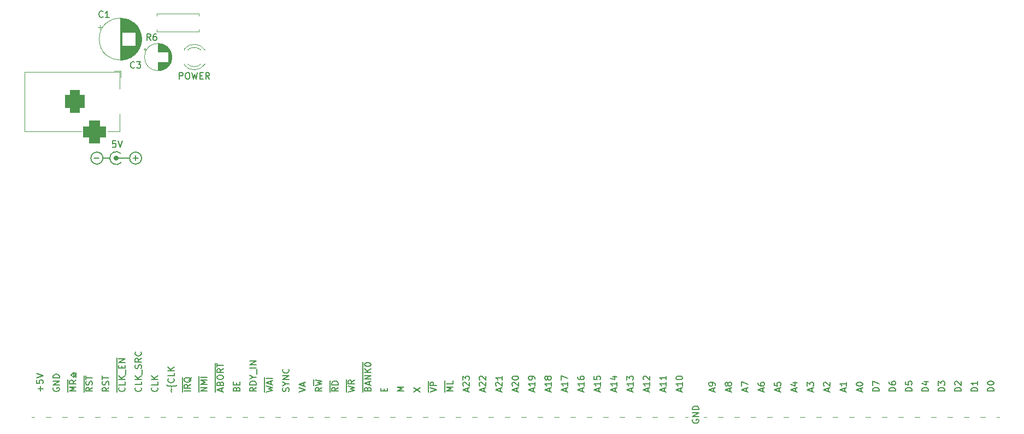
<source format=gto>
G04 #@! TF.GenerationSoftware,KiCad,Pcbnew,9.0.0+dfsg-1*
G04 #@! TF.CreationDate,2025-03-20T13:58:06-04:00*
G04 #@! TF.ProjectId,breakout,62726561-6b6f-4757-942e-6b696361645f,A.27*
G04 #@! TF.SameCoordinates,Original*
G04 #@! TF.FileFunction,Legend,Top*
G04 #@! TF.FilePolarity,Positive*
%FSLAX46Y46*%
G04 Gerber Fmt 4.6, Leading zero omitted, Abs format (unit mm)*
G04 Created by KiCad (PCBNEW 9.0.0+dfsg-1) date 2025-03-20 13:58:06*
%MOMM*%
%LPD*%
G01*
G04 APERTURE LIST*
G04 Aperture macros list*
%AMRoundRect*
0 Rectangle with rounded corners*
0 $1 Rounding radius*
0 $2 $3 $4 $5 $6 $7 $8 $9 X,Y pos of 4 corners*
0 Add a 4 corners polygon primitive as box body*
4,1,4,$2,$3,$4,$5,$6,$7,$8,$9,$2,$3,0*
0 Add four circle primitives for the rounded corners*
1,1,$1+$1,$2,$3*
1,1,$1+$1,$4,$5*
1,1,$1+$1,$6,$7*
1,1,$1+$1,$8,$9*
0 Add four rect primitives between the rounded corners*
20,1,$1+$1,$2,$3,$4,$5,0*
20,1,$1+$1,$4,$5,$6,$7,0*
20,1,$1+$1,$6,$7,$8,$9,0*
20,1,$1+$1,$8,$9,$2,$3,0*%
G04 Aperture macros list end*
%ADD10C,0.120000*%
%ADD11C,0.150000*%
%ADD12C,0.500000*%
%ADD13C,1.600000*%
%ADD14O,1.600000X1.600000*%
%ADD15R,1.600000X1.600000*%
%ADD16R,1.800000X1.800000*%
%ADD17C,1.800000*%
%ADD18C,6.400000*%
%ADD19R,3.500000X3.500000*%
%ADD20RoundRect,0.750000X-0.750000X-1.000000X0.750000X-1.000000X0.750000X1.000000X-0.750000X1.000000X0*%
%ADD21RoundRect,0.875000X-0.875000X-0.875000X0.875000X-0.875000X0.875000X0.875000X-0.875000X0.875000X0*%
%ADD22R,1.200000X1.200000*%
%ADD23C,1.200000*%
%ADD24R,1.700000X1.700000*%
%ADD25O,1.700000X1.700000*%
G04 APERTURE END LIST*
D10*
X128270000Y-129540000D02*
X26610000Y-129570000D01*
X176590000Y-129540000D02*
X130750000Y-129570000D01*
D11*
X42339048Y-89354866D02*
X43100953Y-89354866D01*
X42720000Y-89735819D02*
X42720000Y-88973914D01*
X29982438Y-125021811D02*
X29934819Y-125117049D01*
X29934819Y-125117049D02*
X29934819Y-125259906D01*
X29934819Y-125259906D02*
X29982438Y-125402763D01*
X29982438Y-125402763D02*
X30077676Y-125498001D01*
X30077676Y-125498001D02*
X30172914Y-125545620D01*
X30172914Y-125545620D02*
X30363390Y-125593239D01*
X30363390Y-125593239D02*
X30506247Y-125593239D01*
X30506247Y-125593239D02*
X30696723Y-125545620D01*
X30696723Y-125545620D02*
X30791961Y-125498001D01*
X30791961Y-125498001D02*
X30887200Y-125402763D01*
X30887200Y-125402763D02*
X30934819Y-125259906D01*
X30934819Y-125259906D02*
X30934819Y-125164668D01*
X30934819Y-125164668D02*
X30887200Y-125021811D01*
X30887200Y-125021811D02*
X30839580Y-124974192D01*
X30839580Y-124974192D02*
X30506247Y-124974192D01*
X30506247Y-124974192D02*
X30506247Y-125164668D01*
X30934819Y-124545620D02*
X29934819Y-124545620D01*
X29934819Y-124545620D02*
X30934819Y-123974192D01*
X30934819Y-123974192D02*
X29934819Y-123974192D01*
X30934819Y-123498001D02*
X29934819Y-123498001D01*
X29934819Y-123498001D02*
X29934819Y-123259906D01*
X29934819Y-123259906D02*
X29982438Y-123117049D01*
X29982438Y-123117049D02*
X30077676Y-123021811D01*
X30077676Y-123021811D02*
X30172914Y-122974192D01*
X30172914Y-122974192D02*
X30363390Y-122926573D01*
X30363390Y-122926573D02*
X30506247Y-122926573D01*
X30506247Y-122926573D02*
X30696723Y-122974192D01*
X30696723Y-122974192D02*
X30791961Y-123021811D01*
X30791961Y-123021811D02*
X30887200Y-123117049D01*
X30887200Y-123117049D02*
X30934819Y-123259906D01*
X30934819Y-123259906D02*
X30934819Y-123498001D01*
X56049104Y-125593239D02*
X56049104Y-125117049D01*
X56334819Y-125688477D02*
X55334819Y-125355144D01*
X55334819Y-125355144D02*
X56334819Y-125021811D01*
X55811009Y-124355144D02*
X55858628Y-124212287D01*
X55858628Y-124212287D02*
X55906247Y-124164668D01*
X55906247Y-124164668D02*
X56001485Y-124117049D01*
X56001485Y-124117049D02*
X56144342Y-124117049D01*
X56144342Y-124117049D02*
X56239580Y-124164668D01*
X56239580Y-124164668D02*
X56287200Y-124212287D01*
X56287200Y-124212287D02*
X56334819Y-124307525D01*
X56334819Y-124307525D02*
X56334819Y-124688477D01*
X56334819Y-124688477D02*
X55334819Y-124688477D01*
X55334819Y-124688477D02*
X55334819Y-124355144D01*
X55334819Y-124355144D02*
X55382438Y-124259906D01*
X55382438Y-124259906D02*
X55430057Y-124212287D01*
X55430057Y-124212287D02*
X55525295Y-124164668D01*
X55525295Y-124164668D02*
X55620533Y-124164668D01*
X55620533Y-124164668D02*
X55715771Y-124212287D01*
X55715771Y-124212287D02*
X55763390Y-124259906D01*
X55763390Y-124259906D02*
X55811009Y-124355144D01*
X55811009Y-124355144D02*
X55811009Y-124688477D01*
X55334819Y-123498001D02*
X55334819Y-123307525D01*
X55334819Y-123307525D02*
X55382438Y-123212287D01*
X55382438Y-123212287D02*
X55477676Y-123117049D01*
X55477676Y-123117049D02*
X55668152Y-123069430D01*
X55668152Y-123069430D02*
X56001485Y-123069430D01*
X56001485Y-123069430D02*
X56191961Y-123117049D01*
X56191961Y-123117049D02*
X56287200Y-123212287D01*
X56287200Y-123212287D02*
X56334819Y-123307525D01*
X56334819Y-123307525D02*
X56334819Y-123498001D01*
X56334819Y-123498001D02*
X56287200Y-123593239D01*
X56287200Y-123593239D02*
X56191961Y-123688477D01*
X56191961Y-123688477D02*
X56001485Y-123736096D01*
X56001485Y-123736096D02*
X55668152Y-123736096D01*
X55668152Y-123736096D02*
X55477676Y-123688477D01*
X55477676Y-123688477D02*
X55382438Y-123593239D01*
X55382438Y-123593239D02*
X55334819Y-123498001D01*
X56334819Y-122069430D02*
X55858628Y-122402763D01*
X56334819Y-122640858D02*
X55334819Y-122640858D01*
X55334819Y-122640858D02*
X55334819Y-122259906D01*
X55334819Y-122259906D02*
X55382438Y-122164668D01*
X55382438Y-122164668D02*
X55430057Y-122117049D01*
X55430057Y-122117049D02*
X55525295Y-122069430D01*
X55525295Y-122069430D02*
X55668152Y-122069430D01*
X55668152Y-122069430D02*
X55763390Y-122117049D01*
X55763390Y-122117049D02*
X55811009Y-122164668D01*
X55811009Y-122164668D02*
X55858628Y-122259906D01*
X55858628Y-122259906D02*
X55858628Y-122640858D01*
X55334819Y-121783715D02*
X55334819Y-121212287D01*
X56334819Y-121498001D02*
X55334819Y-121498001D01*
X55057200Y-125683716D02*
X55057200Y-121217049D01*
X173174819Y-125535620D02*
X172174819Y-125535620D01*
X172174819Y-125535620D02*
X172174819Y-125297525D01*
X172174819Y-125297525D02*
X172222438Y-125154668D01*
X172222438Y-125154668D02*
X172317676Y-125059430D01*
X172317676Y-125059430D02*
X172412914Y-125011811D01*
X172412914Y-125011811D02*
X172603390Y-124964192D01*
X172603390Y-124964192D02*
X172746247Y-124964192D01*
X172746247Y-124964192D02*
X172936723Y-125011811D01*
X172936723Y-125011811D02*
X173031961Y-125059430D01*
X173031961Y-125059430D02*
X173127200Y-125154668D01*
X173127200Y-125154668D02*
X173174819Y-125297525D01*
X173174819Y-125297525D02*
X173174819Y-125535620D01*
X173174819Y-124011811D02*
X173174819Y-124583239D01*
X173174819Y-124297525D02*
X172174819Y-124297525D01*
X172174819Y-124297525D02*
X172317676Y-124392763D01*
X172317676Y-124392763D02*
X172412914Y-124488001D01*
X172412914Y-124488001D02*
X172460533Y-124583239D01*
X106849104Y-125593239D02*
X106849104Y-125117049D01*
X107134819Y-125688477D02*
X106134819Y-125355144D01*
X106134819Y-125355144D02*
X107134819Y-125021811D01*
X107134819Y-124164668D02*
X107134819Y-124736096D01*
X107134819Y-124450382D02*
X106134819Y-124450382D01*
X106134819Y-124450382D02*
X106277676Y-124545620D01*
X106277676Y-124545620D02*
X106372914Y-124640858D01*
X106372914Y-124640858D02*
X106420533Y-124736096D01*
X106563390Y-123593239D02*
X106515771Y-123688477D01*
X106515771Y-123688477D02*
X106468152Y-123736096D01*
X106468152Y-123736096D02*
X106372914Y-123783715D01*
X106372914Y-123783715D02*
X106325295Y-123783715D01*
X106325295Y-123783715D02*
X106230057Y-123736096D01*
X106230057Y-123736096D02*
X106182438Y-123688477D01*
X106182438Y-123688477D02*
X106134819Y-123593239D01*
X106134819Y-123593239D02*
X106134819Y-123402763D01*
X106134819Y-123402763D02*
X106182438Y-123307525D01*
X106182438Y-123307525D02*
X106230057Y-123259906D01*
X106230057Y-123259906D02*
X106325295Y-123212287D01*
X106325295Y-123212287D02*
X106372914Y-123212287D01*
X106372914Y-123212287D02*
X106468152Y-123259906D01*
X106468152Y-123259906D02*
X106515771Y-123307525D01*
X106515771Y-123307525D02*
X106563390Y-123402763D01*
X106563390Y-123402763D02*
X106563390Y-123593239D01*
X106563390Y-123593239D02*
X106611009Y-123688477D01*
X106611009Y-123688477D02*
X106658628Y-123736096D01*
X106658628Y-123736096D02*
X106753866Y-123783715D01*
X106753866Y-123783715D02*
X106944342Y-123783715D01*
X106944342Y-123783715D02*
X107039580Y-123736096D01*
X107039580Y-123736096D02*
X107087200Y-123688477D01*
X107087200Y-123688477D02*
X107134819Y-123593239D01*
X107134819Y-123593239D02*
X107134819Y-123402763D01*
X107134819Y-123402763D02*
X107087200Y-123307525D01*
X107087200Y-123307525D02*
X107039580Y-123259906D01*
X107039580Y-123259906D02*
X106944342Y-123212287D01*
X106944342Y-123212287D02*
X106753866Y-123212287D01*
X106753866Y-123212287D02*
X106658628Y-123259906D01*
X106658628Y-123259906D02*
X106611009Y-123307525D01*
X106611009Y-123307525D02*
X106563390Y-123402763D01*
X48333866Y-125688477D02*
X48286247Y-125640858D01*
X48286247Y-125640858D02*
X48238628Y-125545620D01*
X48238628Y-125545620D02*
X48333866Y-125355144D01*
X48333866Y-125355144D02*
X48286247Y-125259906D01*
X48286247Y-125259906D02*
X48238628Y-125212287D01*
X49095771Y-124545620D02*
X49095771Y-124593239D01*
X49095771Y-124593239D02*
X49048152Y-124688477D01*
X49048152Y-124688477D02*
X48952914Y-124736096D01*
X48952914Y-124736096D02*
X48476723Y-124736096D01*
X48476723Y-124736096D02*
X48381485Y-124783715D01*
X48381485Y-124783715D02*
X48333866Y-124878953D01*
X48333866Y-124878953D02*
X48286247Y-124783715D01*
X48286247Y-124783715D02*
X48191009Y-124736096D01*
X48191009Y-124736096D02*
X47714819Y-124736096D01*
X47714819Y-124736096D02*
X47619580Y-124688477D01*
X47619580Y-124688477D02*
X47571961Y-124593239D01*
X47571961Y-124593239D02*
X47571961Y-124545620D01*
X48619580Y-123593239D02*
X48667200Y-123640858D01*
X48667200Y-123640858D02*
X48714819Y-123783715D01*
X48714819Y-123783715D02*
X48714819Y-123878953D01*
X48714819Y-123878953D02*
X48667200Y-124021810D01*
X48667200Y-124021810D02*
X48571961Y-124117048D01*
X48571961Y-124117048D02*
X48476723Y-124164667D01*
X48476723Y-124164667D02*
X48286247Y-124212286D01*
X48286247Y-124212286D02*
X48143390Y-124212286D01*
X48143390Y-124212286D02*
X47952914Y-124164667D01*
X47952914Y-124164667D02*
X47857676Y-124117048D01*
X47857676Y-124117048D02*
X47762438Y-124021810D01*
X47762438Y-124021810D02*
X47714819Y-123878953D01*
X47714819Y-123878953D02*
X47714819Y-123783715D01*
X47714819Y-123783715D02*
X47762438Y-123640858D01*
X47762438Y-123640858D02*
X47810057Y-123593239D01*
X48714819Y-122688477D02*
X48714819Y-123164667D01*
X48714819Y-123164667D02*
X47714819Y-123164667D01*
X48714819Y-122355143D02*
X47714819Y-122355143D01*
X48714819Y-121783715D02*
X48143390Y-122212286D01*
X47714819Y-121783715D02*
X48286247Y-122355143D01*
X104309104Y-125593239D02*
X104309104Y-125117049D01*
X104594819Y-125688477D02*
X103594819Y-125355144D01*
X103594819Y-125355144D02*
X104594819Y-125021811D01*
X104594819Y-124164668D02*
X104594819Y-124736096D01*
X104594819Y-124450382D02*
X103594819Y-124450382D01*
X103594819Y-124450382D02*
X103737676Y-124545620D01*
X103737676Y-124545620D02*
X103832914Y-124640858D01*
X103832914Y-124640858D02*
X103880533Y-124736096D01*
X104594819Y-123688477D02*
X104594819Y-123498001D01*
X104594819Y-123498001D02*
X104547200Y-123402763D01*
X104547200Y-123402763D02*
X104499580Y-123355144D01*
X104499580Y-123355144D02*
X104356723Y-123259906D01*
X104356723Y-123259906D02*
X104166247Y-123212287D01*
X104166247Y-123212287D02*
X103785295Y-123212287D01*
X103785295Y-123212287D02*
X103690057Y-123259906D01*
X103690057Y-123259906D02*
X103642438Y-123307525D01*
X103642438Y-123307525D02*
X103594819Y-123402763D01*
X103594819Y-123402763D02*
X103594819Y-123593239D01*
X103594819Y-123593239D02*
X103642438Y-123688477D01*
X103642438Y-123688477D02*
X103690057Y-123736096D01*
X103690057Y-123736096D02*
X103785295Y-123783715D01*
X103785295Y-123783715D02*
X104023390Y-123783715D01*
X104023390Y-123783715D02*
X104118628Y-123736096D01*
X104118628Y-123736096D02*
X104166247Y-123688477D01*
X104166247Y-123688477D02*
X104213866Y-123593239D01*
X104213866Y-123593239D02*
X104213866Y-123402763D01*
X104213866Y-123402763D02*
X104166247Y-123307525D01*
X104166247Y-123307525D02*
X104118628Y-123259906D01*
X104118628Y-123259906D02*
X104023390Y-123212287D01*
X46079580Y-124974192D02*
X46127200Y-125021811D01*
X46127200Y-125021811D02*
X46174819Y-125164668D01*
X46174819Y-125164668D02*
X46174819Y-125259906D01*
X46174819Y-125259906D02*
X46127200Y-125402763D01*
X46127200Y-125402763D02*
X46031961Y-125498001D01*
X46031961Y-125498001D02*
X45936723Y-125545620D01*
X45936723Y-125545620D02*
X45746247Y-125593239D01*
X45746247Y-125593239D02*
X45603390Y-125593239D01*
X45603390Y-125593239D02*
X45412914Y-125545620D01*
X45412914Y-125545620D02*
X45317676Y-125498001D01*
X45317676Y-125498001D02*
X45222438Y-125402763D01*
X45222438Y-125402763D02*
X45174819Y-125259906D01*
X45174819Y-125259906D02*
X45174819Y-125164668D01*
X45174819Y-125164668D02*
X45222438Y-125021811D01*
X45222438Y-125021811D02*
X45270057Y-124974192D01*
X46174819Y-124069430D02*
X46174819Y-124545620D01*
X46174819Y-124545620D02*
X45174819Y-124545620D01*
X46174819Y-123736096D02*
X45174819Y-123736096D01*
X46174819Y-123164668D02*
X45603390Y-123593239D01*
X45174819Y-123164668D02*
X45746247Y-123736096D01*
X157934819Y-125535620D02*
X156934819Y-125535620D01*
X156934819Y-125535620D02*
X156934819Y-125297525D01*
X156934819Y-125297525D02*
X156982438Y-125154668D01*
X156982438Y-125154668D02*
X157077676Y-125059430D01*
X157077676Y-125059430D02*
X157172914Y-125011811D01*
X157172914Y-125011811D02*
X157363390Y-124964192D01*
X157363390Y-124964192D02*
X157506247Y-124964192D01*
X157506247Y-124964192D02*
X157696723Y-125011811D01*
X157696723Y-125011811D02*
X157791961Y-125059430D01*
X157791961Y-125059430D02*
X157887200Y-125154668D01*
X157887200Y-125154668D02*
X157934819Y-125297525D01*
X157934819Y-125297525D02*
X157934819Y-125535620D01*
X156934819Y-124630858D02*
X156934819Y-123964192D01*
X156934819Y-123964192D02*
X157934819Y-124392763D01*
X127169104Y-125583239D02*
X127169104Y-125107049D01*
X127454819Y-125678477D02*
X126454819Y-125345144D01*
X126454819Y-125345144D02*
X127454819Y-125011811D01*
X127454819Y-124154668D02*
X127454819Y-124726096D01*
X127454819Y-124440382D02*
X126454819Y-124440382D01*
X126454819Y-124440382D02*
X126597676Y-124535620D01*
X126597676Y-124535620D02*
X126692914Y-124630858D01*
X126692914Y-124630858D02*
X126740533Y-124726096D01*
X126454819Y-123535620D02*
X126454819Y-123440382D01*
X126454819Y-123440382D02*
X126502438Y-123345144D01*
X126502438Y-123345144D02*
X126550057Y-123297525D01*
X126550057Y-123297525D02*
X126645295Y-123249906D01*
X126645295Y-123249906D02*
X126835771Y-123202287D01*
X126835771Y-123202287D02*
X127073866Y-123202287D01*
X127073866Y-123202287D02*
X127264342Y-123249906D01*
X127264342Y-123249906D02*
X127359580Y-123297525D01*
X127359580Y-123297525D02*
X127407200Y-123345144D01*
X127407200Y-123345144D02*
X127454819Y-123440382D01*
X127454819Y-123440382D02*
X127454819Y-123535620D01*
X127454819Y-123535620D02*
X127407200Y-123630858D01*
X127407200Y-123630858D02*
X127359580Y-123678477D01*
X127359580Y-123678477D02*
X127264342Y-123726096D01*
X127264342Y-123726096D02*
X127073866Y-123773715D01*
X127073866Y-123773715D02*
X126835771Y-123773715D01*
X126835771Y-123773715D02*
X126645295Y-123726096D01*
X126645295Y-123726096D02*
X126550057Y-123678477D01*
X126550057Y-123678477D02*
X126502438Y-123630858D01*
X126502438Y-123630858D02*
X126454819Y-123535620D01*
X51254819Y-125545620D02*
X50254819Y-125545620D01*
X51254819Y-124498002D02*
X50778628Y-124831335D01*
X51254819Y-125069430D02*
X50254819Y-125069430D01*
X50254819Y-125069430D02*
X50254819Y-124688478D01*
X50254819Y-124688478D02*
X50302438Y-124593240D01*
X50302438Y-124593240D02*
X50350057Y-124545621D01*
X50350057Y-124545621D02*
X50445295Y-124498002D01*
X50445295Y-124498002D02*
X50588152Y-124498002D01*
X50588152Y-124498002D02*
X50683390Y-124545621D01*
X50683390Y-124545621D02*
X50731009Y-124593240D01*
X50731009Y-124593240D02*
X50778628Y-124688478D01*
X50778628Y-124688478D02*
X50778628Y-125069430D01*
X51350057Y-123402764D02*
X51302438Y-123498002D01*
X51302438Y-123498002D02*
X51207200Y-123593240D01*
X51207200Y-123593240D02*
X51064342Y-123736097D01*
X51064342Y-123736097D02*
X51016723Y-123831335D01*
X51016723Y-123831335D02*
X51016723Y-123926573D01*
X51254819Y-123878954D02*
X51207200Y-123974192D01*
X51207200Y-123974192D02*
X51111961Y-124069430D01*
X51111961Y-124069430D02*
X50921485Y-124117049D01*
X50921485Y-124117049D02*
X50588152Y-124117049D01*
X50588152Y-124117049D02*
X50397676Y-124069430D01*
X50397676Y-124069430D02*
X50302438Y-123974192D01*
X50302438Y-123974192D02*
X50254819Y-123878954D01*
X50254819Y-123878954D02*
X50254819Y-123688478D01*
X50254819Y-123688478D02*
X50302438Y-123593240D01*
X50302438Y-123593240D02*
X50397676Y-123498002D01*
X50397676Y-123498002D02*
X50588152Y-123450383D01*
X50588152Y-123450383D02*
X50921485Y-123450383D01*
X50921485Y-123450383D02*
X51111961Y-123498002D01*
X51111961Y-123498002D02*
X51207200Y-123593240D01*
X51207200Y-123593240D02*
X51254819Y-123688478D01*
X51254819Y-123688478D02*
X51254819Y-123878954D01*
X49977200Y-125683716D02*
X49977200Y-123359907D01*
X134789104Y-125583239D02*
X134789104Y-125107049D01*
X135074819Y-125678477D02*
X134074819Y-125345144D01*
X134074819Y-125345144D02*
X135074819Y-125011811D01*
X134503390Y-124535620D02*
X134455771Y-124630858D01*
X134455771Y-124630858D02*
X134408152Y-124678477D01*
X134408152Y-124678477D02*
X134312914Y-124726096D01*
X134312914Y-124726096D02*
X134265295Y-124726096D01*
X134265295Y-124726096D02*
X134170057Y-124678477D01*
X134170057Y-124678477D02*
X134122438Y-124630858D01*
X134122438Y-124630858D02*
X134074819Y-124535620D01*
X134074819Y-124535620D02*
X134074819Y-124345144D01*
X134074819Y-124345144D02*
X134122438Y-124249906D01*
X134122438Y-124249906D02*
X134170057Y-124202287D01*
X134170057Y-124202287D02*
X134265295Y-124154668D01*
X134265295Y-124154668D02*
X134312914Y-124154668D01*
X134312914Y-124154668D02*
X134408152Y-124202287D01*
X134408152Y-124202287D02*
X134455771Y-124249906D01*
X134455771Y-124249906D02*
X134503390Y-124345144D01*
X134503390Y-124345144D02*
X134503390Y-124535620D01*
X134503390Y-124535620D02*
X134551009Y-124630858D01*
X134551009Y-124630858D02*
X134598628Y-124678477D01*
X134598628Y-124678477D02*
X134693866Y-124726096D01*
X134693866Y-124726096D02*
X134884342Y-124726096D01*
X134884342Y-124726096D02*
X134979580Y-124678477D01*
X134979580Y-124678477D02*
X135027200Y-124630858D01*
X135027200Y-124630858D02*
X135074819Y-124535620D01*
X135074819Y-124535620D02*
X135074819Y-124345144D01*
X135074819Y-124345144D02*
X135027200Y-124249906D01*
X135027200Y-124249906D02*
X134979580Y-124202287D01*
X134979580Y-124202287D02*
X134884342Y-124154668D01*
X134884342Y-124154668D02*
X134693866Y-124154668D01*
X134693866Y-124154668D02*
X134598628Y-124202287D01*
X134598628Y-124202287D02*
X134551009Y-124249906D01*
X134551009Y-124249906D02*
X134503390Y-124345144D01*
X122089104Y-125583239D02*
X122089104Y-125107049D01*
X122374819Y-125678477D02*
X121374819Y-125345144D01*
X121374819Y-125345144D02*
X122374819Y-125011811D01*
X122374819Y-124154668D02*
X122374819Y-124726096D01*
X122374819Y-124440382D02*
X121374819Y-124440382D01*
X121374819Y-124440382D02*
X121517676Y-124535620D01*
X121517676Y-124535620D02*
X121612914Y-124630858D01*
X121612914Y-124630858D02*
X121660533Y-124726096D01*
X121470057Y-123773715D02*
X121422438Y-123726096D01*
X121422438Y-123726096D02*
X121374819Y-123630858D01*
X121374819Y-123630858D02*
X121374819Y-123392763D01*
X121374819Y-123392763D02*
X121422438Y-123297525D01*
X121422438Y-123297525D02*
X121470057Y-123249906D01*
X121470057Y-123249906D02*
X121565295Y-123202287D01*
X121565295Y-123202287D02*
X121660533Y-123202287D01*
X121660533Y-123202287D02*
X121803390Y-123249906D01*
X121803390Y-123249906D02*
X122374819Y-123821334D01*
X122374819Y-123821334D02*
X122374819Y-123202287D01*
X36014819Y-124974192D02*
X35538628Y-125307525D01*
X36014819Y-125545620D02*
X35014819Y-125545620D01*
X35014819Y-125545620D02*
X35014819Y-125164668D01*
X35014819Y-125164668D02*
X35062438Y-125069430D01*
X35062438Y-125069430D02*
X35110057Y-125021811D01*
X35110057Y-125021811D02*
X35205295Y-124974192D01*
X35205295Y-124974192D02*
X35348152Y-124974192D01*
X35348152Y-124974192D02*
X35443390Y-125021811D01*
X35443390Y-125021811D02*
X35491009Y-125069430D01*
X35491009Y-125069430D02*
X35538628Y-125164668D01*
X35538628Y-125164668D02*
X35538628Y-125545620D01*
X35967200Y-124593239D02*
X36014819Y-124450382D01*
X36014819Y-124450382D02*
X36014819Y-124212287D01*
X36014819Y-124212287D02*
X35967200Y-124117049D01*
X35967200Y-124117049D02*
X35919580Y-124069430D01*
X35919580Y-124069430D02*
X35824342Y-124021811D01*
X35824342Y-124021811D02*
X35729104Y-124021811D01*
X35729104Y-124021811D02*
X35633866Y-124069430D01*
X35633866Y-124069430D02*
X35586247Y-124117049D01*
X35586247Y-124117049D02*
X35538628Y-124212287D01*
X35538628Y-124212287D02*
X35491009Y-124402763D01*
X35491009Y-124402763D02*
X35443390Y-124498001D01*
X35443390Y-124498001D02*
X35395771Y-124545620D01*
X35395771Y-124545620D02*
X35300533Y-124593239D01*
X35300533Y-124593239D02*
X35205295Y-124593239D01*
X35205295Y-124593239D02*
X35110057Y-124545620D01*
X35110057Y-124545620D02*
X35062438Y-124498001D01*
X35062438Y-124498001D02*
X35014819Y-124402763D01*
X35014819Y-124402763D02*
X35014819Y-124164668D01*
X35014819Y-124164668D02*
X35062438Y-124021811D01*
X35014819Y-123736096D02*
X35014819Y-123164668D01*
X36014819Y-123450382D02*
X35014819Y-123450382D01*
X34737200Y-125683716D02*
X34737200Y-123169430D01*
X39643969Y-86680819D02*
X39167779Y-86680819D01*
X39167779Y-86680819D02*
X39120160Y-87157009D01*
X39120160Y-87157009D02*
X39167779Y-87109390D01*
X39167779Y-87109390D02*
X39263017Y-87061771D01*
X39263017Y-87061771D02*
X39501112Y-87061771D01*
X39501112Y-87061771D02*
X39596350Y-87109390D01*
X39596350Y-87109390D02*
X39643969Y-87157009D01*
X39643969Y-87157009D02*
X39691588Y-87252247D01*
X39691588Y-87252247D02*
X39691588Y-87490342D01*
X39691588Y-87490342D02*
X39643969Y-87585580D01*
X39643969Y-87585580D02*
X39596350Y-87633200D01*
X39596350Y-87633200D02*
X39501112Y-87680819D01*
X39501112Y-87680819D02*
X39263017Y-87680819D01*
X39263017Y-87680819D02*
X39167779Y-87633200D01*
X39167779Y-87633200D02*
X39120160Y-87585580D01*
X39977303Y-86680819D02*
X40310636Y-87680819D01*
X40310636Y-87680819D02*
X40643969Y-86680819D01*
X61414819Y-124974192D02*
X60938628Y-125307525D01*
X61414819Y-125545620D02*
X60414819Y-125545620D01*
X60414819Y-125545620D02*
X60414819Y-125164668D01*
X60414819Y-125164668D02*
X60462438Y-125069430D01*
X60462438Y-125069430D02*
X60510057Y-125021811D01*
X60510057Y-125021811D02*
X60605295Y-124974192D01*
X60605295Y-124974192D02*
X60748152Y-124974192D01*
X60748152Y-124974192D02*
X60843390Y-125021811D01*
X60843390Y-125021811D02*
X60891009Y-125069430D01*
X60891009Y-125069430D02*
X60938628Y-125164668D01*
X60938628Y-125164668D02*
X60938628Y-125545620D01*
X61414819Y-124545620D02*
X60414819Y-124545620D01*
X60414819Y-124545620D02*
X60414819Y-124307525D01*
X60414819Y-124307525D02*
X60462438Y-124164668D01*
X60462438Y-124164668D02*
X60557676Y-124069430D01*
X60557676Y-124069430D02*
X60652914Y-124021811D01*
X60652914Y-124021811D02*
X60843390Y-123974192D01*
X60843390Y-123974192D02*
X60986247Y-123974192D01*
X60986247Y-123974192D02*
X61176723Y-124021811D01*
X61176723Y-124021811D02*
X61271961Y-124069430D01*
X61271961Y-124069430D02*
X61367200Y-124164668D01*
X61367200Y-124164668D02*
X61414819Y-124307525D01*
X61414819Y-124307525D02*
X61414819Y-124545620D01*
X60938628Y-123355144D02*
X61414819Y-123355144D01*
X60414819Y-123688477D02*
X60938628Y-123355144D01*
X60938628Y-123355144D02*
X60414819Y-123021811D01*
X61510057Y-122926573D02*
X61510057Y-122164668D01*
X61414819Y-121926572D02*
X60414819Y-121926572D01*
X61414819Y-121450382D02*
X60414819Y-121450382D01*
X60414819Y-121450382D02*
X61414819Y-120878954D01*
X61414819Y-120878954D02*
X60414819Y-120878954D01*
X96689104Y-125593239D02*
X96689104Y-125117049D01*
X96974819Y-125688477D02*
X95974819Y-125355144D01*
X95974819Y-125355144D02*
X96974819Y-125021811D01*
X96070057Y-124736096D02*
X96022438Y-124688477D01*
X96022438Y-124688477D02*
X95974819Y-124593239D01*
X95974819Y-124593239D02*
X95974819Y-124355144D01*
X95974819Y-124355144D02*
X96022438Y-124259906D01*
X96022438Y-124259906D02*
X96070057Y-124212287D01*
X96070057Y-124212287D02*
X96165295Y-124164668D01*
X96165295Y-124164668D02*
X96260533Y-124164668D01*
X96260533Y-124164668D02*
X96403390Y-124212287D01*
X96403390Y-124212287D02*
X96974819Y-124783715D01*
X96974819Y-124783715D02*
X96974819Y-124164668D01*
X96070057Y-123783715D02*
X96022438Y-123736096D01*
X96022438Y-123736096D02*
X95974819Y-123640858D01*
X95974819Y-123640858D02*
X95974819Y-123402763D01*
X95974819Y-123402763D02*
X96022438Y-123307525D01*
X96022438Y-123307525D02*
X96070057Y-123259906D01*
X96070057Y-123259906D02*
X96165295Y-123212287D01*
X96165295Y-123212287D02*
X96260533Y-123212287D01*
X96260533Y-123212287D02*
X96403390Y-123259906D01*
X96403390Y-123259906D02*
X96974819Y-123831334D01*
X96974819Y-123831334D02*
X96974819Y-123212287D01*
X62954819Y-125640858D02*
X63954819Y-125402763D01*
X63954819Y-125402763D02*
X63240533Y-125212287D01*
X63240533Y-125212287D02*
X63954819Y-125021811D01*
X63954819Y-125021811D02*
X62954819Y-124783716D01*
X63669104Y-124450382D02*
X63669104Y-123974192D01*
X63954819Y-124545620D02*
X62954819Y-124212287D01*
X62954819Y-124212287D02*
X63954819Y-123878954D01*
X63954819Y-123545620D02*
X62954819Y-123545620D01*
X62677200Y-125683716D02*
X62677200Y-123407526D01*
X99229104Y-125593239D02*
X99229104Y-125117049D01*
X99514819Y-125688477D02*
X98514819Y-125355144D01*
X98514819Y-125355144D02*
X99514819Y-125021811D01*
X98610057Y-124736096D02*
X98562438Y-124688477D01*
X98562438Y-124688477D02*
X98514819Y-124593239D01*
X98514819Y-124593239D02*
X98514819Y-124355144D01*
X98514819Y-124355144D02*
X98562438Y-124259906D01*
X98562438Y-124259906D02*
X98610057Y-124212287D01*
X98610057Y-124212287D02*
X98705295Y-124164668D01*
X98705295Y-124164668D02*
X98800533Y-124164668D01*
X98800533Y-124164668D02*
X98943390Y-124212287D01*
X98943390Y-124212287D02*
X99514819Y-124783715D01*
X99514819Y-124783715D02*
X99514819Y-124164668D01*
X99514819Y-123212287D02*
X99514819Y-123783715D01*
X99514819Y-123498001D02*
X98514819Y-123498001D01*
X98514819Y-123498001D02*
X98657676Y-123593239D01*
X98657676Y-123593239D02*
X98752914Y-123688477D01*
X98752914Y-123688477D02*
X98800533Y-123783715D01*
X165554819Y-125535620D02*
X164554819Y-125535620D01*
X164554819Y-125535620D02*
X164554819Y-125297525D01*
X164554819Y-125297525D02*
X164602438Y-125154668D01*
X164602438Y-125154668D02*
X164697676Y-125059430D01*
X164697676Y-125059430D02*
X164792914Y-125011811D01*
X164792914Y-125011811D02*
X164983390Y-124964192D01*
X164983390Y-124964192D02*
X165126247Y-124964192D01*
X165126247Y-124964192D02*
X165316723Y-125011811D01*
X165316723Y-125011811D02*
X165411961Y-125059430D01*
X165411961Y-125059430D02*
X165507200Y-125154668D01*
X165507200Y-125154668D02*
X165554819Y-125297525D01*
X165554819Y-125297525D02*
X165554819Y-125535620D01*
X164888152Y-124107049D02*
X165554819Y-124107049D01*
X164507200Y-124345144D02*
X165221485Y-124583239D01*
X165221485Y-124583239D02*
X165221485Y-123964192D01*
X160474819Y-125535620D02*
X159474819Y-125535620D01*
X159474819Y-125535620D02*
X159474819Y-125297525D01*
X159474819Y-125297525D02*
X159522438Y-125154668D01*
X159522438Y-125154668D02*
X159617676Y-125059430D01*
X159617676Y-125059430D02*
X159712914Y-125011811D01*
X159712914Y-125011811D02*
X159903390Y-124964192D01*
X159903390Y-124964192D02*
X160046247Y-124964192D01*
X160046247Y-124964192D02*
X160236723Y-125011811D01*
X160236723Y-125011811D02*
X160331961Y-125059430D01*
X160331961Y-125059430D02*
X160427200Y-125154668D01*
X160427200Y-125154668D02*
X160474819Y-125297525D01*
X160474819Y-125297525D02*
X160474819Y-125535620D01*
X159474819Y-124107049D02*
X159474819Y-124297525D01*
X159474819Y-124297525D02*
X159522438Y-124392763D01*
X159522438Y-124392763D02*
X159570057Y-124440382D01*
X159570057Y-124440382D02*
X159712914Y-124535620D01*
X159712914Y-124535620D02*
X159903390Y-124583239D01*
X159903390Y-124583239D02*
X160284342Y-124583239D01*
X160284342Y-124583239D02*
X160379580Y-124535620D01*
X160379580Y-124535620D02*
X160427200Y-124488001D01*
X160427200Y-124488001D02*
X160474819Y-124392763D01*
X160474819Y-124392763D02*
X160474819Y-124202287D01*
X160474819Y-124202287D02*
X160427200Y-124107049D01*
X160427200Y-124107049D02*
X160379580Y-124059430D01*
X160379580Y-124059430D02*
X160284342Y-124011811D01*
X160284342Y-124011811D02*
X160046247Y-124011811D01*
X160046247Y-124011811D02*
X159951009Y-124059430D01*
X159951009Y-124059430D02*
X159903390Y-124107049D01*
X159903390Y-124107049D02*
X159855771Y-124202287D01*
X159855771Y-124202287D02*
X159855771Y-124392763D01*
X159855771Y-124392763D02*
X159903390Y-124488001D01*
X159903390Y-124488001D02*
X159951009Y-124535620D01*
X159951009Y-124535620D02*
X160046247Y-124583239D01*
X36291048Y-89354866D02*
X37052953Y-89354866D01*
X109389104Y-125583239D02*
X109389104Y-125107049D01*
X109674819Y-125678477D02*
X108674819Y-125345144D01*
X108674819Y-125345144D02*
X109674819Y-125011811D01*
X109674819Y-124154668D02*
X109674819Y-124726096D01*
X109674819Y-124440382D02*
X108674819Y-124440382D01*
X108674819Y-124440382D02*
X108817676Y-124535620D01*
X108817676Y-124535620D02*
X108912914Y-124630858D01*
X108912914Y-124630858D02*
X108960533Y-124726096D01*
X108674819Y-123821334D02*
X108674819Y-123154668D01*
X108674819Y-123154668D02*
X109674819Y-123583239D01*
X139869104Y-125583239D02*
X139869104Y-125107049D01*
X140154819Y-125678477D02*
X139154819Y-125345144D01*
X139154819Y-125345144D02*
X140154819Y-125011811D01*
X139154819Y-124249906D02*
X139154819Y-124440382D01*
X139154819Y-124440382D02*
X139202438Y-124535620D01*
X139202438Y-124535620D02*
X139250057Y-124583239D01*
X139250057Y-124583239D02*
X139392914Y-124678477D01*
X139392914Y-124678477D02*
X139583390Y-124726096D01*
X139583390Y-124726096D02*
X139964342Y-124726096D01*
X139964342Y-124726096D02*
X140059580Y-124678477D01*
X140059580Y-124678477D02*
X140107200Y-124630858D01*
X140107200Y-124630858D02*
X140154819Y-124535620D01*
X140154819Y-124535620D02*
X140154819Y-124345144D01*
X140154819Y-124345144D02*
X140107200Y-124249906D01*
X140107200Y-124249906D02*
X140059580Y-124202287D01*
X140059580Y-124202287D02*
X139964342Y-124154668D01*
X139964342Y-124154668D02*
X139726247Y-124154668D01*
X139726247Y-124154668D02*
X139631009Y-124202287D01*
X139631009Y-124202287D02*
X139583390Y-124249906D01*
X139583390Y-124249906D02*
X139535771Y-124345144D01*
X139535771Y-124345144D02*
X139535771Y-124535620D01*
X139535771Y-124535620D02*
X139583390Y-124630858D01*
X139583390Y-124630858D02*
X139631009Y-124678477D01*
X139631009Y-124678477D02*
X139726247Y-124726096D01*
X150029104Y-125583239D02*
X150029104Y-125107049D01*
X150314819Y-125678477D02*
X149314819Y-125345144D01*
X149314819Y-125345144D02*
X150314819Y-125011811D01*
X149410057Y-124726096D02*
X149362438Y-124678477D01*
X149362438Y-124678477D02*
X149314819Y-124583239D01*
X149314819Y-124583239D02*
X149314819Y-124345144D01*
X149314819Y-124345144D02*
X149362438Y-124249906D01*
X149362438Y-124249906D02*
X149410057Y-124202287D01*
X149410057Y-124202287D02*
X149505295Y-124154668D01*
X149505295Y-124154668D02*
X149600533Y-124154668D01*
X149600533Y-124154668D02*
X149743390Y-124202287D01*
X149743390Y-124202287D02*
X150314819Y-124773715D01*
X150314819Y-124773715D02*
X150314819Y-124154668D01*
X168094819Y-125535620D02*
X167094819Y-125535620D01*
X167094819Y-125535620D02*
X167094819Y-125297525D01*
X167094819Y-125297525D02*
X167142438Y-125154668D01*
X167142438Y-125154668D02*
X167237676Y-125059430D01*
X167237676Y-125059430D02*
X167332914Y-125011811D01*
X167332914Y-125011811D02*
X167523390Y-124964192D01*
X167523390Y-124964192D02*
X167666247Y-124964192D01*
X167666247Y-124964192D02*
X167856723Y-125011811D01*
X167856723Y-125011811D02*
X167951961Y-125059430D01*
X167951961Y-125059430D02*
X168047200Y-125154668D01*
X168047200Y-125154668D02*
X168094819Y-125297525D01*
X168094819Y-125297525D02*
X168094819Y-125535620D01*
X167094819Y-124630858D02*
X167094819Y-124011811D01*
X167094819Y-124011811D02*
X167475771Y-124345144D01*
X167475771Y-124345144D02*
X167475771Y-124202287D01*
X167475771Y-124202287D02*
X167523390Y-124107049D01*
X167523390Y-124107049D02*
X167571009Y-124059430D01*
X167571009Y-124059430D02*
X167666247Y-124011811D01*
X167666247Y-124011811D02*
X167904342Y-124011811D01*
X167904342Y-124011811D02*
X167999580Y-124059430D01*
X167999580Y-124059430D02*
X168047200Y-124107049D01*
X168047200Y-124107049D02*
X168094819Y-124202287D01*
X168094819Y-124202287D02*
X168094819Y-124488001D01*
X168094819Y-124488001D02*
X168047200Y-124583239D01*
X168047200Y-124583239D02*
X167999580Y-124630858D01*
X132249104Y-125583239D02*
X132249104Y-125107049D01*
X132534819Y-125678477D02*
X131534819Y-125345144D01*
X131534819Y-125345144D02*
X132534819Y-125011811D01*
X132534819Y-124630858D02*
X132534819Y-124440382D01*
X132534819Y-124440382D02*
X132487200Y-124345144D01*
X132487200Y-124345144D02*
X132439580Y-124297525D01*
X132439580Y-124297525D02*
X132296723Y-124202287D01*
X132296723Y-124202287D02*
X132106247Y-124154668D01*
X132106247Y-124154668D02*
X131725295Y-124154668D01*
X131725295Y-124154668D02*
X131630057Y-124202287D01*
X131630057Y-124202287D02*
X131582438Y-124249906D01*
X131582438Y-124249906D02*
X131534819Y-124345144D01*
X131534819Y-124345144D02*
X131534819Y-124535620D01*
X131534819Y-124535620D02*
X131582438Y-124630858D01*
X131582438Y-124630858D02*
X131630057Y-124678477D01*
X131630057Y-124678477D02*
X131725295Y-124726096D01*
X131725295Y-124726096D02*
X131963390Y-124726096D01*
X131963390Y-124726096D02*
X132058628Y-124678477D01*
X132058628Y-124678477D02*
X132106247Y-124630858D01*
X132106247Y-124630858D02*
X132153866Y-124535620D01*
X132153866Y-124535620D02*
X132153866Y-124345144D01*
X132153866Y-124345144D02*
X132106247Y-124249906D01*
X132106247Y-124249906D02*
X132058628Y-124202287D01*
X132058628Y-124202287D02*
X131963390Y-124154668D01*
X124629104Y-125583239D02*
X124629104Y-125107049D01*
X124914819Y-125678477D02*
X123914819Y-125345144D01*
X123914819Y-125345144D02*
X124914819Y-125011811D01*
X124914819Y-124154668D02*
X124914819Y-124726096D01*
X124914819Y-124440382D02*
X123914819Y-124440382D01*
X123914819Y-124440382D02*
X124057676Y-124535620D01*
X124057676Y-124535620D02*
X124152914Y-124630858D01*
X124152914Y-124630858D02*
X124200533Y-124726096D01*
X124914819Y-123202287D02*
X124914819Y-123773715D01*
X124914819Y-123488001D02*
X123914819Y-123488001D01*
X123914819Y-123488001D02*
X124057676Y-123583239D01*
X124057676Y-123583239D02*
X124152914Y-123678477D01*
X124152914Y-123678477D02*
X124200533Y-123773715D01*
X74114819Y-124974192D02*
X73638628Y-125307525D01*
X74114819Y-125545620D02*
X73114819Y-125545620D01*
X73114819Y-125545620D02*
X73114819Y-125164668D01*
X73114819Y-125164668D02*
X73162438Y-125069430D01*
X73162438Y-125069430D02*
X73210057Y-125021811D01*
X73210057Y-125021811D02*
X73305295Y-124974192D01*
X73305295Y-124974192D02*
X73448152Y-124974192D01*
X73448152Y-124974192D02*
X73543390Y-125021811D01*
X73543390Y-125021811D02*
X73591009Y-125069430D01*
X73591009Y-125069430D02*
X73638628Y-125164668D01*
X73638628Y-125164668D02*
X73638628Y-125545620D01*
X74114819Y-124545620D02*
X73114819Y-124545620D01*
X73114819Y-124545620D02*
X73114819Y-124307525D01*
X73114819Y-124307525D02*
X73162438Y-124164668D01*
X73162438Y-124164668D02*
X73257676Y-124069430D01*
X73257676Y-124069430D02*
X73352914Y-124021811D01*
X73352914Y-124021811D02*
X73543390Y-123974192D01*
X73543390Y-123974192D02*
X73686247Y-123974192D01*
X73686247Y-123974192D02*
X73876723Y-124021811D01*
X73876723Y-124021811D02*
X73971961Y-124069430D01*
X73971961Y-124069430D02*
X74067200Y-124164668D01*
X74067200Y-124164668D02*
X74114819Y-124307525D01*
X74114819Y-124307525D02*
X74114819Y-124545620D01*
X72837200Y-125683716D02*
X72837200Y-123883716D01*
X163014819Y-125535620D02*
X162014819Y-125535620D01*
X162014819Y-125535620D02*
X162014819Y-125297525D01*
X162014819Y-125297525D02*
X162062438Y-125154668D01*
X162062438Y-125154668D02*
X162157676Y-125059430D01*
X162157676Y-125059430D02*
X162252914Y-125011811D01*
X162252914Y-125011811D02*
X162443390Y-124964192D01*
X162443390Y-124964192D02*
X162586247Y-124964192D01*
X162586247Y-124964192D02*
X162776723Y-125011811D01*
X162776723Y-125011811D02*
X162871961Y-125059430D01*
X162871961Y-125059430D02*
X162967200Y-125154668D01*
X162967200Y-125154668D02*
X163014819Y-125297525D01*
X163014819Y-125297525D02*
X163014819Y-125535620D01*
X162014819Y-124059430D02*
X162014819Y-124535620D01*
X162014819Y-124535620D02*
X162491009Y-124583239D01*
X162491009Y-124583239D02*
X162443390Y-124535620D01*
X162443390Y-124535620D02*
X162395771Y-124440382D01*
X162395771Y-124440382D02*
X162395771Y-124202287D01*
X162395771Y-124202287D02*
X162443390Y-124107049D01*
X162443390Y-124107049D02*
X162491009Y-124059430D01*
X162491009Y-124059430D02*
X162586247Y-124011811D01*
X162586247Y-124011811D02*
X162824342Y-124011811D01*
X162824342Y-124011811D02*
X162919580Y-124059430D01*
X162919580Y-124059430D02*
X162967200Y-124107049D01*
X162967200Y-124107049D02*
X163014819Y-124202287D01*
X163014819Y-124202287D02*
X163014819Y-124440382D01*
X163014819Y-124440382D02*
X162967200Y-124535620D01*
X162967200Y-124535620D02*
X162919580Y-124583239D01*
X85814819Y-125640858D02*
X86814819Y-124974192D01*
X85814819Y-124974192D02*
X86814819Y-125640858D01*
X170634819Y-125535620D02*
X169634819Y-125535620D01*
X169634819Y-125535620D02*
X169634819Y-125297525D01*
X169634819Y-125297525D02*
X169682438Y-125154668D01*
X169682438Y-125154668D02*
X169777676Y-125059430D01*
X169777676Y-125059430D02*
X169872914Y-125011811D01*
X169872914Y-125011811D02*
X170063390Y-124964192D01*
X170063390Y-124964192D02*
X170206247Y-124964192D01*
X170206247Y-124964192D02*
X170396723Y-125011811D01*
X170396723Y-125011811D02*
X170491961Y-125059430D01*
X170491961Y-125059430D02*
X170587200Y-125154668D01*
X170587200Y-125154668D02*
X170634819Y-125297525D01*
X170634819Y-125297525D02*
X170634819Y-125535620D01*
X169730057Y-124583239D02*
X169682438Y-124535620D01*
X169682438Y-124535620D02*
X169634819Y-124440382D01*
X169634819Y-124440382D02*
X169634819Y-124202287D01*
X169634819Y-124202287D02*
X169682438Y-124107049D01*
X169682438Y-124107049D02*
X169730057Y-124059430D01*
X169730057Y-124059430D02*
X169825295Y-124011811D01*
X169825295Y-124011811D02*
X169920533Y-124011811D01*
X169920533Y-124011811D02*
X170063390Y-124059430D01*
X170063390Y-124059430D02*
X170634819Y-124630858D01*
X170634819Y-124630858D02*
X170634819Y-124011811D01*
X144949104Y-125583239D02*
X144949104Y-125107049D01*
X145234819Y-125678477D02*
X144234819Y-125345144D01*
X144234819Y-125345144D02*
X145234819Y-125011811D01*
X144568152Y-124249906D02*
X145234819Y-124249906D01*
X144187200Y-124488001D02*
X144901485Y-124726096D01*
X144901485Y-124726096D02*
X144901485Y-124107049D01*
X114469104Y-125583239D02*
X114469104Y-125107049D01*
X114754819Y-125678477D02*
X113754819Y-125345144D01*
X113754819Y-125345144D02*
X114754819Y-125011811D01*
X114754819Y-124154668D02*
X114754819Y-124726096D01*
X114754819Y-124440382D02*
X113754819Y-124440382D01*
X113754819Y-124440382D02*
X113897676Y-124535620D01*
X113897676Y-124535620D02*
X113992914Y-124630858D01*
X113992914Y-124630858D02*
X114040533Y-124726096D01*
X113754819Y-123249906D02*
X113754819Y-123726096D01*
X113754819Y-123726096D02*
X114231009Y-123773715D01*
X114231009Y-123773715D02*
X114183390Y-123726096D01*
X114183390Y-123726096D02*
X114135771Y-123630858D01*
X114135771Y-123630858D02*
X114135771Y-123392763D01*
X114135771Y-123392763D02*
X114183390Y-123297525D01*
X114183390Y-123297525D02*
X114231009Y-123249906D01*
X114231009Y-123249906D02*
X114326247Y-123202287D01*
X114326247Y-123202287D02*
X114564342Y-123202287D01*
X114564342Y-123202287D02*
X114659580Y-123249906D01*
X114659580Y-123249906D02*
X114707200Y-123297525D01*
X114707200Y-123297525D02*
X114754819Y-123392763D01*
X114754819Y-123392763D02*
X114754819Y-123630858D01*
X114754819Y-123630858D02*
X114707200Y-123726096D01*
X114707200Y-123726096D02*
X114659580Y-123773715D01*
X119549104Y-125583239D02*
X119549104Y-125107049D01*
X119834819Y-125678477D02*
X118834819Y-125345144D01*
X118834819Y-125345144D02*
X119834819Y-125011811D01*
X119834819Y-124154668D02*
X119834819Y-124726096D01*
X119834819Y-124440382D02*
X118834819Y-124440382D01*
X118834819Y-124440382D02*
X118977676Y-124535620D01*
X118977676Y-124535620D02*
X119072914Y-124630858D01*
X119072914Y-124630858D02*
X119120533Y-124726096D01*
X118834819Y-123821334D02*
X118834819Y-123202287D01*
X118834819Y-123202287D02*
X119215771Y-123535620D01*
X119215771Y-123535620D02*
X119215771Y-123392763D01*
X119215771Y-123392763D02*
X119263390Y-123297525D01*
X119263390Y-123297525D02*
X119311009Y-123249906D01*
X119311009Y-123249906D02*
X119406247Y-123202287D01*
X119406247Y-123202287D02*
X119644342Y-123202287D01*
X119644342Y-123202287D02*
X119739580Y-123249906D01*
X119739580Y-123249906D02*
X119787200Y-123297525D01*
X119787200Y-123297525D02*
X119834819Y-123392763D01*
X119834819Y-123392763D02*
X119834819Y-123678477D01*
X119834819Y-123678477D02*
X119787200Y-123773715D01*
X119787200Y-123773715D02*
X119739580Y-123821334D01*
X68034819Y-125688477D02*
X69034819Y-125355144D01*
X69034819Y-125355144D02*
X68034819Y-125021811D01*
X68749104Y-124736096D02*
X68749104Y-124259906D01*
X69034819Y-124831334D02*
X68034819Y-124498001D01*
X68034819Y-124498001D02*
X69034819Y-124164668D01*
X147489104Y-125583239D02*
X147489104Y-125107049D01*
X147774819Y-125678477D02*
X146774819Y-125345144D01*
X146774819Y-125345144D02*
X147774819Y-125011811D01*
X146774819Y-124773715D02*
X146774819Y-124154668D01*
X146774819Y-124154668D02*
X147155771Y-124488001D01*
X147155771Y-124488001D02*
X147155771Y-124345144D01*
X147155771Y-124345144D02*
X147203390Y-124249906D01*
X147203390Y-124249906D02*
X147251009Y-124202287D01*
X147251009Y-124202287D02*
X147346247Y-124154668D01*
X147346247Y-124154668D02*
X147584342Y-124154668D01*
X147584342Y-124154668D02*
X147679580Y-124202287D01*
X147679580Y-124202287D02*
X147727200Y-124249906D01*
X147727200Y-124249906D02*
X147774819Y-124345144D01*
X147774819Y-124345144D02*
X147774819Y-124630858D01*
X147774819Y-124630858D02*
X147727200Y-124726096D01*
X147727200Y-124726096D02*
X147679580Y-124773715D01*
X111929104Y-125583239D02*
X111929104Y-125107049D01*
X112214819Y-125678477D02*
X111214819Y-125345144D01*
X111214819Y-125345144D02*
X112214819Y-125011811D01*
X112214819Y-124154668D02*
X112214819Y-124726096D01*
X112214819Y-124440382D02*
X111214819Y-124440382D01*
X111214819Y-124440382D02*
X111357676Y-124535620D01*
X111357676Y-124535620D02*
X111452914Y-124630858D01*
X111452914Y-124630858D02*
X111500533Y-124726096D01*
X111214819Y-123297525D02*
X111214819Y-123488001D01*
X111214819Y-123488001D02*
X111262438Y-123583239D01*
X111262438Y-123583239D02*
X111310057Y-123630858D01*
X111310057Y-123630858D02*
X111452914Y-123726096D01*
X111452914Y-123726096D02*
X111643390Y-123773715D01*
X111643390Y-123773715D02*
X112024342Y-123773715D01*
X112024342Y-123773715D02*
X112119580Y-123726096D01*
X112119580Y-123726096D02*
X112167200Y-123678477D01*
X112167200Y-123678477D02*
X112214819Y-123583239D01*
X112214819Y-123583239D02*
X112214819Y-123392763D01*
X112214819Y-123392763D02*
X112167200Y-123297525D01*
X112167200Y-123297525D02*
X112119580Y-123249906D01*
X112119580Y-123249906D02*
X112024342Y-123202287D01*
X112024342Y-123202287D02*
X111786247Y-123202287D01*
X111786247Y-123202287D02*
X111691009Y-123249906D01*
X111691009Y-123249906D02*
X111643390Y-123297525D01*
X111643390Y-123297525D02*
X111595771Y-123392763D01*
X111595771Y-123392763D02*
X111595771Y-123583239D01*
X111595771Y-123583239D02*
X111643390Y-123678477D01*
X111643390Y-123678477D02*
X111691009Y-123726096D01*
X111691009Y-123726096D02*
X111786247Y-123773715D01*
X88354819Y-125688477D02*
X89354819Y-125355144D01*
X89354819Y-125355144D02*
X88354819Y-125021811D01*
X89354819Y-124688477D02*
X88354819Y-124688477D01*
X88354819Y-124688477D02*
X88354819Y-124307525D01*
X88354819Y-124307525D02*
X88402438Y-124212287D01*
X88402438Y-124212287D02*
X88450057Y-124164668D01*
X88450057Y-124164668D02*
X88545295Y-124117049D01*
X88545295Y-124117049D02*
X88688152Y-124117049D01*
X88688152Y-124117049D02*
X88783390Y-124164668D01*
X88783390Y-124164668D02*
X88831009Y-124212287D01*
X88831009Y-124212287D02*
X88878628Y-124307525D01*
X88878628Y-124307525D02*
X88878628Y-124688477D01*
X88077200Y-125683716D02*
X88077200Y-124026573D01*
X75654819Y-125640858D02*
X76654819Y-125402763D01*
X76654819Y-125402763D02*
X75940533Y-125212287D01*
X75940533Y-125212287D02*
X76654819Y-125021811D01*
X76654819Y-125021811D02*
X75654819Y-124783716D01*
X76654819Y-123831335D02*
X76178628Y-124164668D01*
X76654819Y-124402763D02*
X75654819Y-124402763D01*
X75654819Y-124402763D02*
X75654819Y-124021811D01*
X75654819Y-124021811D02*
X75702438Y-123926573D01*
X75702438Y-123926573D02*
X75750057Y-123878954D01*
X75750057Y-123878954D02*
X75845295Y-123831335D01*
X75845295Y-123831335D02*
X75988152Y-123831335D01*
X75988152Y-123831335D02*
X76083390Y-123878954D01*
X76083390Y-123878954D02*
X76131009Y-123926573D01*
X76131009Y-123926573D02*
X76178628Y-124021811D01*
X76178628Y-124021811D02*
X76178628Y-124402763D01*
X75377200Y-125683716D02*
X75377200Y-123740859D01*
X94149104Y-125593239D02*
X94149104Y-125117049D01*
X94434819Y-125688477D02*
X93434819Y-125355144D01*
X93434819Y-125355144D02*
X94434819Y-125021811D01*
X93530057Y-124736096D02*
X93482438Y-124688477D01*
X93482438Y-124688477D02*
X93434819Y-124593239D01*
X93434819Y-124593239D02*
X93434819Y-124355144D01*
X93434819Y-124355144D02*
X93482438Y-124259906D01*
X93482438Y-124259906D02*
X93530057Y-124212287D01*
X93530057Y-124212287D02*
X93625295Y-124164668D01*
X93625295Y-124164668D02*
X93720533Y-124164668D01*
X93720533Y-124164668D02*
X93863390Y-124212287D01*
X93863390Y-124212287D02*
X94434819Y-124783715D01*
X94434819Y-124783715D02*
X94434819Y-124164668D01*
X93434819Y-123831334D02*
X93434819Y-123212287D01*
X93434819Y-123212287D02*
X93815771Y-123545620D01*
X93815771Y-123545620D02*
X93815771Y-123402763D01*
X93815771Y-123402763D02*
X93863390Y-123307525D01*
X93863390Y-123307525D02*
X93911009Y-123259906D01*
X93911009Y-123259906D02*
X94006247Y-123212287D01*
X94006247Y-123212287D02*
X94244342Y-123212287D01*
X94244342Y-123212287D02*
X94339580Y-123259906D01*
X94339580Y-123259906D02*
X94387200Y-123307525D01*
X94387200Y-123307525D02*
X94434819Y-123402763D01*
X94434819Y-123402763D02*
X94434819Y-123688477D01*
X94434819Y-123688477D02*
X94387200Y-123783715D01*
X94387200Y-123783715D02*
X94339580Y-123831334D01*
X71574819Y-124974192D02*
X71098628Y-125307525D01*
X71574819Y-125545620D02*
X70574819Y-125545620D01*
X70574819Y-125545620D02*
X70574819Y-125164668D01*
X70574819Y-125164668D02*
X70622438Y-125069430D01*
X70622438Y-125069430D02*
X70670057Y-125021811D01*
X70670057Y-125021811D02*
X70765295Y-124974192D01*
X70765295Y-124974192D02*
X70908152Y-124974192D01*
X70908152Y-124974192D02*
X71003390Y-125021811D01*
X71003390Y-125021811D02*
X71051009Y-125069430D01*
X71051009Y-125069430D02*
X71098628Y-125164668D01*
X71098628Y-125164668D02*
X71098628Y-125545620D01*
X70574819Y-124640858D02*
X71574819Y-124402763D01*
X71574819Y-124402763D02*
X70860533Y-124212287D01*
X70860533Y-124212287D02*
X71574819Y-124021811D01*
X71574819Y-124021811D02*
X70574819Y-123783716D01*
X70297200Y-124683716D02*
X70297200Y-123740859D01*
X101769104Y-125593239D02*
X101769104Y-125117049D01*
X102054819Y-125688477D02*
X101054819Y-125355144D01*
X101054819Y-125355144D02*
X102054819Y-125021811D01*
X101150057Y-124736096D02*
X101102438Y-124688477D01*
X101102438Y-124688477D02*
X101054819Y-124593239D01*
X101054819Y-124593239D02*
X101054819Y-124355144D01*
X101054819Y-124355144D02*
X101102438Y-124259906D01*
X101102438Y-124259906D02*
X101150057Y-124212287D01*
X101150057Y-124212287D02*
X101245295Y-124164668D01*
X101245295Y-124164668D02*
X101340533Y-124164668D01*
X101340533Y-124164668D02*
X101483390Y-124212287D01*
X101483390Y-124212287D02*
X102054819Y-124783715D01*
X102054819Y-124783715D02*
X102054819Y-124164668D01*
X101054819Y-123545620D02*
X101054819Y-123450382D01*
X101054819Y-123450382D02*
X101102438Y-123355144D01*
X101102438Y-123355144D02*
X101150057Y-123307525D01*
X101150057Y-123307525D02*
X101245295Y-123259906D01*
X101245295Y-123259906D02*
X101435771Y-123212287D01*
X101435771Y-123212287D02*
X101673866Y-123212287D01*
X101673866Y-123212287D02*
X101864342Y-123259906D01*
X101864342Y-123259906D02*
X101959580Y-123307525D01*
X101959580Y-123307525D02*
X102007200Y-123355144D01*
X102007200Y-123355144D02*
X102054819Y-123450382D01*
X102054819Y-123450382D02*
X102054819Y-123545620D01*
X102054819Y-123545620D02*
X102007200Y-123640858D01*
X102007200Y-123640858D02*
X101959580Y-123688477D01*
X101959580Y-123688477D02*
X101864342Y-123736096D01*
X101864342Y-123736096D02*
X101673866Y-123783715D01*
X101673866Y-123783715D02*
X101435771Y-123783715D01*
X101435771Y-123783715D02*
X101245295Y-123736096D01*
X101245295Y-123736096D02*
X101150057Y-123688477D01*
X101150057Y-123688477D02*
X101102438Y-123640858D01*
X101102438Y-123640858D02*
X101054819Y-123545620D01*
X175714819Y-125535620D02*
X174714819Y-125535620D01*
X174714819Y-125535620D02*
X174714819Y-125297525D01*
X174714819Y-125297525D02*
X174762438Y-125154668D01*
X174762438Y-125154668D02*
X174857676Y-125059430D01*
X174857676Y-125059430D02*
X174952914Y-125011811D01*
X174952914Y-125011811D02*
X175143390Y-124964192D01*
X175143390Y-124964192D02*
X175286247Y-124964192D01*
X175286247Y-124964192D02*
X175476723Y-125011811D01*
X175476723Y-125011811D02*
X175571961Y-125059430D01*
X175571961Y-125059430D02*
X175667200Y-125154668D01*
X175667200Y-125154668D02*
X175714819Y-125297525D01*
X175714819Y-125297525D02*
X175714819Y-125535620D01*
X174714819Y-124345144D02*
X174714819Y-124249906D01*
X174714819Y-124249906D02*
X174762438Y-124154668D01*
X174762438Y-124154668D02*
X174810057Y-124107049D01*
X174810057Y-124107049D02*
X174905295Y-124059430D01*
X174905295Y-124059430D02*
X175095771Y-124011811D01*
X175095771Y-124011811D02*
X175333866Y-124011811D01*
X175333866Y-124011811D02*
X175524342Y-124059430D01*
X175524342Y-124059430D02*
X175619580Y-124107049D01*
X175619580Y-124107049D02*
X175667200Y-124154668D01*
X175667200Y-124154668D02*
X175714819Y-124249906D01*
X175714819Y-124249906D02*
X175714819Y-124345144D01*
X175714819Y-124345144D02*
X175667200Y-124440382D01*
X175667200Y-124440382D02*
X175619580Y-124488001D01*
X175619580Y-124488001D02*
X175524342Y-124535620D01*
X175524342Y-124535620D02*
X175333866Y-124583239D01*
X175333866Y-124583239D02*
X175095771Y-124583239D01*
X175095771Y-124583239D02*
X174905295Y-124535620D01*
X174905295Y-124535620D02*
X174810057Y-124488001D01*
X174810057Y-124488001D02*
X174762438Y-124440382D01*
X174762438Y-124440382D02*
X174714819Y-124345144D01*
X43539580Y-124964192D02*
X43587200Y-125011811D01*
X43587200Y-125011811D02*
X43634819Y-125154668D01*
X43634819Y-125154668D02*
X43634819Y-125249906D01*
X43634819Y-125249906D02*
X43587200Y-125392763D01*
X43587200Y-125392763D02*
X43491961Y-125488001D01*
X43491961Y-125488001D02*
X43396723Y-125535620D01*
X43396723Y-125535620D02*
X43206247Y-125583239D01*
X43206247Y-125583239D02*
X43063390Y-125583239D01*
X43063390Y-125583239D02*
X42872914Y-125535620D01*
X42872914Y-125535620D02*
X42777676Y-125488001D01*
X42777676Y-125488001D02*
X42682438Y-125392763D01*
X42682438Y-125392763D02*
X42634819Y-125249906D01*
X42634819Y-125249906D02*
X42634819Y-125154668D01*
X42634819Y-125154668D02*
X42682438Y-125011811D01*
X42682438Y-125011811D02*
X42730057Y-124964192D01*
X43634819Y-124059430D02*
X43634819Y-124535620D01*
X43634819Y-124535620D02*
X42634819Y-124535620D01*
X43634819Y-123726096D02*
X42634819Y-123726096D01*
X43634819Y-123154668D02*
X43063390Y-123583239D01*
X42634819Y-123154668D02*
X43206247Y-123726096D01*
X43730057Y-122964192D02*
X43730057Y-122202287D01*
X43587200Y-122011810D02*
X43634819Y-121868953D01*
X43634819Y-121868953D02*
X43634819Y-121630858D01*
X43634819Y-121630858D02*
X43587200Y-121535620D01*
X43587200Y-121535620D02*
X43539580Y-121488001D01*
X43539580Y-121488001D02*
X43444342Y-121440382D01*
X43444342Y-121440382D02*
X43349104Y-121440382D01*
X43349104Y-121440382D02*
X43253866Y-121488001D01*
X43253866Y-121488001D02*
X43206247Y-121535620D01*
X43206247Y-121535620D02*
X43158628Y-121630858D01*
X43158628Y-121630858D02*
X43111009Y-121821334D01*
X43111009Y-121821334D02*
X43063390Y-121916572D01*
X43063390Y-121916572D02*
X43015771Y-121964191D01*
X43015771Y-121964191D02*
X42920533Y-122011810D01*
X42920533Y-122011810D02*
X42825295Y-122011810D01*
X42825295Y-122011810D02*
X42730057Y-121964191D01*
X42730057Y-121964191D02*
X42682438Y-121916572D01*
X42682438Y-121916572D02*
X42634819Y-121821334D01*
X42634819Y-121821334D02*
X42634819Y-121583239D01*
X42634819Y-121583239D02*
X42682438Y-121440382D01*
X43634819Y-120440382D02*
X43158628Y-120773715D01*
X43634819Y-121011810D02*
X42634819Y-121011810D01*
X42634819Y-121011810D02*
X42634819Y-120630858D01*
X42634819Y-120630858D02*
X42682438Y-120535620D01*
X42682438Y-120535620D02*
X42730057Y-120488001D01*
X42730057Y-120488001D02*
X42825295Y-120440382D01*
X42825295Y-120440382D02*
X42968152Y-120440382D01*
X42968152Y-120440382D02*
X43063390Y-120488001D01*
X43063390Y-120488001D02*
X43111009Y-120535620D01*
X43111009Y-120535620D02*
X43158628Y-120630858D01*
X43158628Y-120630858D02*
X43158628Y-121011810D01*
X43539580Y-119440382D02*
X43587200Y-119488001D01*
X43587200Y-119488001D02*
X43634819Y-119630858D01*
X43634819Y-119630858D02*
X43634819Y-119726096D01*
X43634819Y-119726096D02*
X43587200Y-119868953D01*
X43587200Y-119868953D02*
X43491961Y-119964191D01*
X43491961Y-119964191D02*
X43396723Y-120011810D01*
X43396723Y-120011810D02*
X43206247Y-120059429D01*
X43206247Y-120059429D02*
X43063390Y-120059429D01*
X43063390Y-120059429D02*
X42872914Y-120011810D01*
X42872914Y-120011810D02*
X42777676Y-119964191D01*
X42777676Y-119964191D02*
X42682438Y-119868953D01*
X42682438Y-119868953D02*
X42634819Y-119726096D01*
X42634819Y-119726096D02*
X42634819Y-119630858D01*
X42634819Y-119630858D02*
X42682438Y-119488001D01*
X42682438Y-119488001D02*
X42730057Y-119440382D01*
X78671009Y-125212287D02*
X78718628Y-125069430D01*
X78718628Y-125069430D02*
X78766247Y-125021811D01*
X78766247Y-125021811D02*
X78861485Y-124974192D01*
X78861485Y-124974192D02*
X79004342Y-124974192D01*
X79004342Y-124974192D02*
X79099580Y-125021811D01*
X79099580Y-125021811D02*
X79147200Y-125069430D01*
X79147200Y-125069430D02*
X79194819Y-125164668D01*
X79194819Y-125164668D02*
X79194819Y-125545620D01*
X79194819Y-125545620D02*
X78194819Y-125545620D01*
X78194819Y-125545620D02*
X78194819Y-125212287D01*
X78194819Y-125212287D02*
X78242438Y-125117049D01*
X78242438Y-125117049D02*
X78290057Y-125069430D01*
X78290057Y-125069430D02*
X78385295Y-125021811D01*
X78385295Y-125021811D02*
X78480533Y-125021811D01*
X78480533Y-125021811D02*
X78575771Y-125069430D01*
X78575771Y-125069430D02*
X78623390Y-125117049D01*
X78623390Y-125117049D02*
X78671009Y-125212287D01*
X78671009Y-125212287D02*
X78671009Y-125545620D01*
X78909104Y-124593239D02*
X78909104Y-124117049D01*
X79194819Y-124688477D02*
X78194819Y-124355144D01*
X78194819Y-124355144D02*
X79194819Y-124021811D01*
X79194819Y-123688477D02*
X78194819Y-123688477D01*
X78194819Y-123688477D02*
X79194819Y-123117049D01*
X79194819Y-123117049D02*
X78194819Y-123117049D01*
X79194819Y-122640858D02*
X78194819Y-122640858D01*
X79194819Y-122069430D02*
X78623390Y-122498001D01*
X78194819Y-122069430D02*
X78766247Y-122640858D01*
X78194819Y-121450382D02*
X78194819Y-121355144D01*
X78194819Y-121355144D02*
X78242438Y-121259906D01*
X78242438Y-121259906D02*
X78290057Y-121212287D01*
X78290057Y-121212287D02*
X78385295Y-121164668D01*
X78385295Y-121164668D02*
X78575771Y-121117049D01*
X78575771Y-121117049D02*
X78813866Y-121117049D01*
X78813866Y-121117049D02*
X79004342Y-121164668D01*
X79004342Y-121164668D02*
X79099580Y-121212287D01*
X79099580Y-121212287D02*
X79147200Y-121259906D01*
X79147200Y-121259906D02*
X79194819Y-121355144D01*
X79194819Y-121355144D02*
X79194819Y-121450382D01*
X79194819Y-121450382D02*
X79147200Y-121545620D01*
X79147200Y-121545620D02*
X79099580Y-121593239D01*
X79099580Y-121593239D02*
X79004342Y-121640858D01*
X79004342Y-121640858D02*
X78813866Y-121688477D01*
X78813866Y-121688477D02*
X78575771Y-121688477D01*
X78575771Y-121688477D02*
X78385295Y-121640858D01*
X78385295Y-121640858D02*
X78290057Y-121593239D01*
X78290057Y-121593239D02*
X78242438Y-121545620D01*
X78242438Y-121545620D02*
X78194819Y-121450382D01*
X77917200Y-125683716D02*
X77917200Y-121026573D01*
X117009104Y-125583239D02*
X117009104Y-125107049D01*
X117294819Y-125678477D02*
X116294819Y-125345144D01*
X116294819Y-125345144D02*
X117294819Y-125011811D01*
X117294819Y-124154668D02*
X117294819Y-124726096D01*
X117294819Y-124440382D02*
X116294819Y-124440382D01*
X116294819Y-124440382D02*
X116437676Y-124535620D01*
X116437676Y-124535620D02*
X116532914Y-124630858D01*
X116532914Y-124630858D02*
X116580533Y-124726096D01*
X116628152Y-123297525D02*
X117294819Y-123297525D01*
X116247200Y-123535620D02*
X116961485Y-123773715D01*
X116961485Y-123773715D02*
X116961485Y-123154668D01*
X33499819Y-125545620D02*
X32499819Y-125545620D01*
X32499819Y-125545620D02*
X33214104Y-125212287D01*
X33214104Y-125212287D02*
X32499819Y-124878954D01*
X32499819Y-124878954D02*
X33499819Y-124878954D01*
X33499819Y-123831335D02*
X33023628Y-124164668D01*
X33499819Y-124402763D02*
X32499819Y-124402763D01*
X32499819Y-124402763D02*
X32499819Y-124021811D01*
X32499819Y-124021811D02*
X32547438Y-123926573D01*
X32547438Y-123926573D02*
X32595057Y-123878954D01*
X32595057Y-123878954D02*
X32690295Y-123831335D01*
X32690295Y-123831335D02*
X32833152Y-123831335D01*
X32833152Y-123831335D02*
X32928390Y-123878954D01*
X32928390Y-123878954D02*
X32976009Y-123926573D01*
X32976009Y-123926573D02*
X33023628Y-124021811D01*
X33023628Y-124021811D02*
X33023628Y-124402763D01*
X32222200Y-125683716D02*
X32222200Y-123740859D01*
X33499819Y-122640859D02*
X33499819Y-123402763D01*
X33118866Y-122640859D02*
X33499819Y-123021811D01*
X33499819Y-123021811D02*
X33118866Y-123402763D01*
X33118866Y-123402763D02*
X32737914Y-123021811D01*
X32737914Y-123021811D02*
X33118866Y-122640859D01*
X33118866Y-123402763D02*
X33118866Y-122640859D01*
X58351009Y-125212287D02*
X58398628Y-125069430D01*
X58398628Y-125069430D02*
X58446247Y-125021811D01*
X58446247Y-125021811D02*
X58541485Y-124974192D01*
X58541485Y-124974192D02*
X58684342Y-124974192D01*
X58684342Y-124974192D02*
X58779580Y-125021811D01*
X58779580Y-125021811D02*
X58827200Y-125069430D01*
X58827200Y-125069430D02*
X58874819Y-125164668D01*
X58874819Y-125164668D02*
X58874819Y-125545620D01*
X58874819Y-125545620D02*
X57874819Y-125545620D01*
X57874819Y-125545620D02*
X57874819Y-125212287D01*
X57874819Y-125212287D02*
X57922438Y-125117049D01*
X57922438Y-125117049D02*
X57970057Y-125069430D01*
X57970057Y-125069430D02*
X58065295Y-125021811D01*
X58065295Y-125021811D02*
X58160533Y-125021811D01*
X58160533Y-125021811D02*
X58255771Y-125069430D01*
X58255771Y-125069430D02*
X58303390Y-125117049D01*
X58303390Y-125117049D02*
X58351009Y-125212287D01*
X58351009Y-125212287D02*
X58351009Y-125545620D01*
X58351009Y-124545620D02*
X58351009Y-124212287D01*
X58874819Y-124069430D02*
X58874819Y-124545620D01*
X58874819Y-124545620D02*
X57874819Y-124545620D01*
X57874819Y-124545620D02*
X57874819Y-124069430D01*
X137329104Y-125583239D02*
X137329104Y-125107049D01*
X137614819Y-125678477D02*
X136614819Y-125345144D01*
X136614819Y-125345144D02*
X137614819Y-125011811D01*
X136614819Y-124773715D02*
X136614819Y-124107049D01*
X136614819Y-124107049D02*
X137614819Y-124535620D01*
X155109104Y-125583239D02*
X155109104Y-125107049D01*
X155394819Y-125678477D02*
X154394819Y-125345144D01*
X154394819Y-125345144D02*
X155394819Y-125011811D01*
X154394819Y-124488001D02*
X154394819Y-124392763D01*
X154394819Y-124392763D02*
X154442438Y-124297525D01*
X154442438Y-124297525D02*
X154490057Y-124249906D01*
X154490057Y-124249906D02*
X154585295Y-124202287D01*
X154585295Y-124202287D02*
X154775771Y-124154668D01*
X154775771Y-124154668D02*
X155013866Y-124154668D01*
X155013866Y-124154668D02*
X155204342Y-124202287D01*
X155204342Y-124202287D02*
X155299580Y-124249906D01*
X155299580Y-124249906D02*
X155347200Y-124297525D01*
X155347200Y-124297525D02*
X155394819Y-124392763D01*
X155394819Y-124392763D02*
X155394819Y-124488001D01*
X155394819Y-124488001D02*
X155347200Y-124583239D01*
X155347200Y-124583239D02*
X155299580Y-124630858D01*
X155299580Y-124630858D02*
X155204342Y-124678477D01*
X155204342Y-124678477D02*
X155013866Y-124726096D01*
X155013866Y-124726096D02*
X154775771Y-124726096D01*
X154775771Y-124726096D02*
X154585295Y-124678477D01*
X154585295Y-124678477D02*
X154490057Y-124630858D01*
X154490057Y-124630858D02*
X154442438Y-124583239D01*
X154442438Y-124583239D02*
X154394819Y-124488001D01*
X40999580Y-124974192D02*
X41047200Y-125021811D01*
X41047200Y-125021811D02*
X41094819Y-125164668D01*
X41094819Y-125164668D02*
X41094819Y-125259906D01*
X41094819Y-125259906D02*
X41047200Y-125402763D01*
X41047200Y-125402763D02*
X40951961Y-125498001D01*
X40951961Y-125498001D02*
X40856723Y-125545620D01*
X40856723Y-125545620D02*
X40666247Y-125593239D01*
X40666247Y-125593239D02*
X40523390Y-125593239D01*
X40523390Y-125593239D02*
X40332914Y-125545620D01*
X40332914Y-125545620D02*
X40237676Y-125498001D01*
X40237676Y-125498001D02*
X40142438Y-125402763D01*
X40142438Y-125402763D02*
X40094819Y-125259906D01*
X40094819Y-125259906D02*
X40094819Y-125164668D01*
X40094819Y-125164668D02*
X40142438Y-125021811D01*
X40142438Y-125021811D02*
X40190057Y-124974192D01*
X41094819Y-124069430D02*
X41094819Y-124545620D01*
X41094819Y-124545620D02*
X40094819Y-124545620D01*
X41094819Y-123736096D02*
X40094819Y-123736096D01*
X41094819Y-123164668D02*
X40523390Y-123593239D01*
X40094819Y-123164668D02*
X40666247Y-123736096D01*
X41190057Y-122974192D02*
X41190057Y-122212287D01*
X40571009Y-121974191D02*
X40571009Y-121640858D01*
X41094819Y-121498001D02*
X41094819Y-121974191D01*
X41094819Y-121974191D02*
X40094819Y-121974191D01*
X40094819Y-121974191D02*
X40094819Y-121498001D01*
X41094819Y-121069429D02*
X40094819Y-121069429D01*
X40094819Y-121069429D02*
X41094819Y-120498001D01*
X41094819Y-120498001D02*
X40094819Y-120498001D01*
X39817200Y-125683716D02*
X39817200Y-120359906D01*
X38579819Y-124974192D02*
X38103628Y-125307525D01*
X38579819Y-125545620D02*
X37579819Y-125545620D01*
X37579819Y-125545620D02*
X37579819Y-125164668D01*
X37579819Y-125164668D02*
X37627438Y-125069430D01*
X37627438Y-125069430D02*
X37675057Y-125021811D01*
X37675057Y-125021811D02*
X37770295Y-124974192D01*
X37770295Y-124974192D02*
X37913152Y-124974192D01*
X37913152Y-124974192D02*
X38008390Y-125021811D01*
X38008390Y-125021811D02*
X38056009Y-125069430D01*
X38056009Y-125069430D02*
X38103628Y-125164668D01*
X38103628Y-125164668D02*
X38103628Y-125545620D01*
X38532200Y-124593239D02*
X38579819Y-124450382D01*
X38579819Y-124450382D02*
X38579819Y-124212287D01*
X38579819Y-124212287D02*
X38532200Y-124117049D01*
X38532200Y-124117049D02*
X38484580Y-124069430D01*
X38484580Y-124069430D02*
X38389342Y-124021811D01*
X38389342Y-124021811D02*
X38294104Y-124021811D01*
X38294104Y-124021811D02*
X38198866Y-124069430D01*
X38198866Y-124069430D02*
X38151247Y-124117049D01*
X38151247Y-124117049D02*
X38103628Y-124212287D01*
X38103628Y-124212287D02*
X38056009Y-124402763D01*
X38056009Y-124402763D02*
X38008390Y-124498001D01*
X38008390Y-124498001D02*
X37960771Y-124545620D01*
X37960771Y-124545620D02*
X37865533Y-124593239D01*
X37865533Y-124593239D02*
X37770295Y-124593239D01*
X37770295Y-124593239D02*
X37675057Y-124545620D01*
X37675057Y-124545620D02*
X37627438Y-124498001D01*
X37627438Y-124498001D02*
X37579819Y-124402763D01*
X37579819Y-124402763D02*
X37579819Y-124164668D01*
X37579819Y-124164668D02*
X37627438Y-124021811D01*
X37579819Y-123736096D02*
X37579819Y-123164668D01*
X38579819Y-123450382D02*
X37579819Y-123450382D01*
X152569104Y-125583239D02*
X152569104Y-125107049D01*
X152854819Y-125678477D02*
X151854819Y-125345144D01*
X151854819Y-125345144D02*
X152854819Y-125011811D01*
X152854819Y-124154668D02*
X152854819Y-124726096D01*
X152854819Y-124440382D02*
X151854819Y-124440382D01*
X151854819Y-124440382D02*
X151997676Y-124535620D01*
X151997676Y-124535620D02*
X152092914Y-124630858D01*
X152092914Y-124630858D02*
X152140533Y-124726096D01*
X84274819Y-125545620D02*
X83274819Y-125545620D01*
X83274819Y-125545620D02*
X83989104Y-125212287D01*
X83989104Y-125212287D02*
X83274819Y-124878954D01*
X83274819Y-124878954D02*
X84274819Y-124878954D01*
X81211009Y-125545620D02*
X81211009Y-125212287D01*
X81734819Y-125069430D02*
X81734819Y-125545620D01*
X81734819Y-125545620D02*
X80734819Y-125545620D01*
X80734819Y-125545620D02*
X80734819Y-125069430D01*
X142409104Y-125583239D02*
X142409104Y-125107049D01*
X142694819Y-125678477D02*
X141694819Y-125345144D01*
X141694819Y-125345144D02*
X142694819Y-125011811D01*
X141694819Y-124202287D02*
X141694819Y-124678477D01*
X141694819Y-124678477D02*
X142171009Y-124726096D01*
X142171009Y-124726096D02*
X142123390Y-124678477D01*
X142123390Y-124678477D02*
X142075771Y-124583239D01*
X142075771Y-124583239D02*
X142075771Y-124345144D01*
X142075771Y-124345144D02*
X142123390Y-124249906D01*
X142123390Y-124249906D02*
X142171009Y-124202287D01*
X142171009Y-124202287D02*
X142266247Y-124154668D01*
X142266247Y-124154668D02*
X142504342Y-124154668D01*
X142504342Y-124154668D02*
X142599580Y-124202287D01*
X142599580Y-124202287D02*
X142647200Y-124249906D01*
X142647200Y-124249906D02*
X142694819Y-124345144D01*
X142694819Y-124345144D02*
X142694819Y-124583239D01*
X142694819Y-124583239D02*
X142647200Y-124678477D01*
X142647200Y-124678477D02*
X142599580Y-124726096D01*
X66447200Y-125593239D02*
X66494819Y-125450382D01*
X66494819Y-125450382D02*
X66494819Y-125212287D01*
X66494819Y-125212287D02*
X66447200Y-125117049D01*
X66447200Y-125117049D02*
X66399580Y-125069430D01*
X66399580Y-125069430D02*
X66304342Y-125021811D01*
X66304342Y-125021811D02*
X66209104Y-125021811D01*
X66209104Y-125021811D02*
X66113866Y-125069430D01*
X66113866Y-125069430D02*
X66066247Y-125117049D01*
X66066247Y-125117049D02*
X66018628Y-125212287D01*
X66018628Y-125212287D02*
X65971009Y-125402763D01*
X65971009Y-125402763D02*
X65923390Y-125498001D01*
X65923390Y-125498001D02*
X65875771Y-125545620D01*
X65875771Y-125545620D02*
X65780533Y-125593239D01*
X65780533Y-125593239D02*
X65685295Y-125593239D01*
X65685295Y-125593239D02*
X65590057Y-125545620D01*
X65590057Y-125545620D02*
X65542438Y-125498001D01*
X65542438Y-125498001D02*
X65494819Y-125402763D01*
X65494819Y-125402763D02*
X65494819Y-125164668D01*
X65494819Y-125164668D02*
X65542438Y-125021811D01*
X66018628Y-124402763D02*
X66494819Y-124402763D01*
X65494819Y-124736096D02*
X66018628Y-124402763D01*
X66018628Y-124402763D02*
X65494819Y-124069430D01*
X66494819Y-123736096D02*
X65494819Y-123736096D01*
X65494819Y-123736096D02*
X66494819Y-123164668D01*
X66494819Y-123164668D02*
X65494819Y-123164668D01*
X66399580Y-122117049D02*
X66447200Y-122164668D01*
X66447200Y-122164668D02*
X66494819Y-122307525D01*
X66494819Y-122307525D02*
X66494819Y-122402763D01*
X66494819Y-122402763D02*
X66447200Y-122545620D01*
X66447200Y-122545620D02*
X66351961Y-122640858D01*
X66351961Y-122640858D02*
X66256723Y-122688477D01*
X66256723Y-122688477D02*
X66066247Y-122736096D01*
X66066247Y-122736096D02*
X65923390Y-122736096D01*
X65923390Y-122736096D02*
X65732914Y-122688477D01*
X65732914Y-122688477D02*
X65637676Y-122640858D01*
X65637676Y-122640858D02*
X65542438Y-122545620D01*
X65542438Y-122545620D02*
X65494819Y-122402763D01*
X65494819Y-122402763D02*
X65494819Y-122307525D01*
X65494819Y-122307525D02*
X65542438Y-122164668D01*
X65542438Y-122164668D02*
X65590057Y-122117049D01*
X91894819Y-125545620D02*
X90894819Y-125545620D01*
X90894819Y-125545620D02*
X91609104Y-125212287D01*
X91609104Y-125212287D02*
X90894819Y-124878954D01*
X90894819Y-124878954D02*
X91894819Y-124878954D01*
X91894819Y-123926573D02*
X91894819Y-124402763D01*
X91894819Y-124402763D02*
X90894819Y-124402763D01*
X90617200Y-125683716D02*
X90617200Y-123931335D01*
X28013866Y-125545620D02*
X28013866Y-124783716D01*
X28394819Y-125164668D02*
X27632914Y-125164668D01*
X27394819Y-123831335D02*
X27394819Y-124307525D01*
X27394819Y-124307525D02*
X27871009Y-124355144D01*
X27871009Y-124355144D02*
X27823390Y-124307525D01*
X27823390Y-124307525D02*
X27775771Y-124212287D01*
X27775771Y-124212287D02*
X27775771Y-123974192D01*
X27775771Y-123974192D02*
X27823390Y-123878954D01*
X27823390Y-123878954D02*
X27871009Y-123831335D01*
X27871009Y-123831335D02*
X27966247Y-123783716D01*
X27966247Y-123783716D02*
X28204342Y-123783716D01*
X28204342Y-123783716D02*
X28299580Y-123831335D01*
X28299580Y-123831335D02*
X28347200Y-123878954D01*
X28347200Y-123878954D02*
X28394819Y-123974192D01*
X28394819Y-123974192D02*
X28394819Y-124212287D01*
X28394819Y-124212287D02*
X28347200Y-124307525D01*
X28347200Y-124307525D02*
X28299580Y-124355144D01*
X27394819Y-123498001D02*
X28394819Y-123164668D01*
X28394819Y-123164668D02*
X27394819Y-122831335D01*
X129042438Y-129949411D02*
X128994819Y-130044649D01*
X128994819Y-130044649D02*
X128994819Y-130187506D01*
X128994819Y-130187506D02*
X129042438Y-130330363D01*
X129042438Y-130330363D02*
X129137676Y-130425601D01*
X129137676Y-130425601D02*
X129232914Y-130473220D01*
X129232914Y-130473220D02*
X129423390Y-130520839D01*
X129423390Y-130520839D02*
X129566247Y-130520839D01*
X129566247Y-130520839D02*
X129756723Y-130473220D01*
X129756723Y-130473220D02*
X129851961Y-130425601D01*
X129851961Y-130425601D02*
X129947200Y-130330363D01*
X129947200Y-130330363D02*
X129994819Y-130187506D01*
X129994819Y-130187506D02*
X129994819Y-130092268D01*
X129994819Y-130092268D02*
X129947200Y-129949411D01*
X129947200Y-129949411D02*
X129899580Y-129901792D01*
X129899580Y-129901792D02*
X129566247Y-129901792D01*
X129566247Y-129901792D02*
X129566247Y-130092268D01*
X129994819Y-129473220D02*
X128994819Y-129473220D01*
X128994819Y-129473220D02*
X129994819Y-128901792D01*
X129994819Y-128901792D02*
X128994819Y-128901792D01*
X129994819Y-128425601D02*
X128994819Y-128425601D01*
X128994819Y-128425601D02*
X128994819Y-128187506D01*
X128994819Y-128187506D02*
X129042438Y-128044649D01*
X129042438Y-128044649D02*
X129137676Y-127949411D01*
X129137676Y-127949411D02*
X129232914Y-127901792D01*
X129232914Y-127901792D02*
X129423390Y-127854173D01*
X129423390Y-127854173D02*
X129566247Y-127854173D01*
X129566247Y-127854173D02*
X129756723Y-127901792D01*
X129756723Y-127901792D02*
X129851961Y-127949411D01*
X129851961Y-127949411D02*
X129947200Y-128044649D01*
X129947200Y-128044649D02*
X129994819Y-128187506D01*
X129994819Y-128187506D02*
X129994819Y-128425601D01*
X53794819Y-125545620D02*
X52794819Y-125545620D01*
X52794819Y-125545620D02*
X53794819Y-124974192D01*
X53794819Y-124974192D02*
X52794819Y-124974192D01*
X53794819Y-124498001D02*
X52794819Y-124498001D01*
X52794819Y-124498001D02*
X53509104Y-124164668D01*
X53509104Y-124164668D02*
X52794819Y-123831335D01*
X52794819Y-123831335D02*
X53794819Y-123831335D01*
X53794819Y-123355144D02*
X52794819Y-123355144D01*
X52517200Y-125683716D02*
X52517200Y-123217050D01*
X45040333Y-71066819D02*
X44707000Y-70590628D01*
X44468905Y-71066819D02*
X44468905Y-70066819D01*
X44468905Y-70066819D02*
X44849857Y-70066819D01*
X44849857Y-70066819D02*
X44945095Y-70114438D01*
X44945095Y-70114438D02*
X44992714Y-70162057D01*
X44992714Y-70162057D02*
X45040333Y-70257295D01*
X45040333Y-70257295D02*
X45040333Y-70400152D01*
X45040333Y-70400152D02*
X44992714Y-70495390D01*
X44992714Y-70495390D02*
X44945095Y-70543009D01*
X44945095Y-70543009D02*
X44849857Y-70590628D01*
X44849857Y-70590628D02*
X44468905Y-70590628D01*
X45897476Y-70066819D02*
X45707000Y-70066819D01*
X45707000Y-70066819D02*
X45611762Y-70114438D01*
X45611762Y-70114438D02*
X45564143Y-70162057D01*
X45564143Y-70162057D02*
X45468905Y-70304914D01*
X45468905Y-70304914D02*
X45421286Y-70495390D01*
X45421286Y-70495390D02*
X45421286Y-70876342D01*
X45421286Y-70876342D02*
X45468905Y-70971580D01*
X45468905Y-70971580D02*
X45516524Y-71019200D01*
X45516524Y-71019200D02*
X45611762Y-71066819D01*
X45611762Y-71066819D02*
X45802238Y-71066819D01*
X45802238Y-71066819D02*
X45897476Y-71019200D01*
X45897476Y-71019200D02*
X45945095Y-70971580D01*
X45945095Y-70971580D02*
X45992714Y-70876342D01*
X45992714Y-70876342D02*
X45992714Y-70638247D01*
X45992714Y-70638247D02*
X45945095Y-70543009D01*
X45945095Y-70543009D02*
X45897476Y-70495390D01*
X45897476Y-70495390D02*
X45802238Y-70447771D01*
X45802238Y-70447771D02*
X45611762Y-70447771D01*
X45611762Y-70447771D02*
X45516524Y-70495390D01*
X45516524Y-70495390D02*
X45468905Y-70543009D01*
X45468905Y-70543009D02*
X45421286Y-70638247D01*
X37674333Y-67415580D02*
X37626714Y-67463200D01*
X37626714Y-67463200D02*
X37483857Y-67510819D01*
X37483857Y-67510819D02*
X37388619Y-67510819D01*
X37388619Y-67510819D02*
X37245762Y-67463200D01*
X37245762Y-67463200D02*
X37150524Y-67367961D01*
X37150524Y-67367961D02*
X37102905Y-67272723D01*
X37102905Y-67272723D02*
X37055286Y-67082247D01*
X37055286Y-67082247D02*
X37055286Y-66939390D01*
X37055286Y-66939390D02*
X37102905Y-66748914D01*
X37102905Y-66748914D02*
X37150524Y-66653676D01*
X37150524Y-66653676D02*
X37245762Y-66558438D01*
X37245762Y-66558438D02*
X37388619Y-66510819D01*
X37388619Y-66510819D02*
X37483857Y-66510819D01*
X37483857Y-66510819D02*
X37626714Y-66558438D01*
X37626714Y-66558438D02*
X37674333Y-66606057D01*
X38626714Y-67510819D02*
X38055286Y-67510819D01*
X38341000Y-67510819D02*
X38341000Y-66510819D01*
X38341000Y-66510819D02*
X38245762Y-66653676D01*
X38245762Y-66653676D02*
X38150524Y-66748914D01*
X38150524Y-66748914D02*
X38055286Y-66796533D01*
X49501476Y-77074819D02*
X49501476Y-76074819D01*
X49501476Y-76074819D02*
X49882428Y-76074819D01*
X49882428Y-76074819D02*
X49977666Y-76122438D01*
X49977666Y-76122438D02*
X50025285Y-76170057D01*
X50025285Y-76170057D02*
X50072904Y-76265295D01*
X50072904Y-76265295D02*
X50072904Y-76408152D01*
X50072904Y-76408152D02*
X50025285Y-76503390D01*
X50025285Y-76503390D02*
X49977666Y-76551009D01*
X49977666Y-76551009D02*
X49882428Y-76598628D01*
X49882428Y-76598628D02*
X49501476Y-76598628D01*
X50691952Y-76074819D02*
X50882428Y-76074819D01*
X50882428Y-76074819D02*
X50977666Y-76122438D01*
X50977666Y-76122438D02*
X51072904Y-76217676D01*
X51072904Y-76217676D02*
X51120523Y-76408152D01*
X51120523Y-76408152D02*
X51120523Y-76741485D01*
X51120523Y-76741485D02*
X51072904Y-76931961D01*
X51072904Y-76931961D02*
X50977666Y-77027200D01*
X50977666Y-77027200D02*
X50882428Y-77074819D01*
X50882428Y-77074819D02*
X50691952Y-77074819D01*
X50691952Y-77074819D02*
X50596714Y-77027200D01*
X50596714Y-77027200D02*
X50501476Y-76931961D01*
X50501476Y-76931961D02*
X50453857Y-76741485D01*
X50453857Y-76741485D02*
X50453857Y-76408152D01*
X50453857Y-76408152D02*
X50501476Y-76217676D01*
X50501476Y-76217676D02*
X50596714Y-76122438D01*
X50596714Y-76122438D02*
X50691952Y-76074819D01*
X51453857Y-76074819D02*
X51691952Y-77074819D01*
X51691952Y-77074819D02*
X51882428Y-76360533D01*
X51882428Y-76360533D02*
X52072904Y-77074819D01*
X52072904Y-77074819D02*
X52311000Y-76074819D01*
X52691952Y-76551009D02*
X53025285Y-76551009D01*
X53168142Y-77074819D02*
X52691952Y-77074819D01*
X52691952Y-77074819D02*
X52691952Y-76074819D01*
X52691952Y-76074819D02*
X53168142Y-76074819D01*
X54168142Y-77074819D02*
X53834809Y-76598628D01*
X53596714Y-77074819D02*
X53596714Y-76074819D01*
X53596714Y-76074819D02*
X53977666Y-76074819D01*
X53977666Y-76074819D02*
X54072904Y-76122438D01*
X54072904Y-76122438D02*
X54120523Y-76170057D01*
X54120523Y-76170057D02*
X54168142Y-76265295D01*
X54168142Y-76265295D02*
X54168142Y-76408152D01*
X54168142Y-76408152D02*
X54120523Y-76503390D01*
X54120523Y-76503390D02*
X54072904Y-76551009D01*
X54072904Y-76551009D02*
X53977666Y-76598628D01*
X53977666Y-76598628D02*
X53596714Y-76598628D01*
X42555333Y-75289580D02*
X42507714Y-75337200D01*
X42507714Y-75337200D02*
X42364857Y-75384819D01*
X42364857Y-75384819D02*
X42269619Y-75384819D01*
X42269619Y-75384819D02*
X42126762Y-75337200D01*
X42126762Y-75337200D02*
X42031524Y-75241961D01*
X42031524Y-75241961D02*
X41983905Y-75146723D01*
X41983905Y-75146723D02*
X41936286Y-74956247D01*
X41936286Y-74956247D02*
X41936286Y-74813390D01*
X41936286Y-74813390D02*
X41983905Y-74622914D01*
X41983905Y-74622914D02*
X42031524Y-74527676D01*
X42031524Y-74527676D02*
X42126762Y-74432438D01*
X42126762Y-74432438D02*
X42269619Y-74384819D01*
X42269619Y-74384819D02*
X42364857Y-74384819D01*
X42364857Y-74384819D02*
X42507714Y-74432438D01*
X42507714Y-74432438D02*
X42555333Y-74480057D01*
X42888667Y-74384819D02*
X43507714Y-74384819D01*
X43507714Y-74384819D02*
X43174381Y-74765771D01*
X43174381Y-74765771D02*
X43317238Y-74765771D01*
X43317238Y-74765771D02*
X43412476Y-74813390D01*
X43412476Y-74813390D02*
X43460095Y-74861009D01*
X43460095Y-74861009D02*
X43507714Y-74956247D01*
X43507714Y-74956247D02*
X43507714Y-75194342D01*
X43507714Y-75194342D02*
X43460095Y-75289580D01*
X43460095Y-75289580D02*
X43412476Y-75337200D01*
X43412476Y-75337200D02*
X43317238Y-75384819D01*
X43317238Y-75384819D02*
X43031524Y-75384819D01*
X43031524Y-75384819D02*
X42936286Y-75337200D01*
X42936286Y-75337200D02*
X42888667Y-75289580D01*
D10*
X46001000Y-66956000D02*
X46001000Y-67286000D01*
X46001000Y-69696000D02*
X46001000Y-69366000D01*
X52541000Y-66956000D02*
X46001000Y-66956000D01*
X52541000Y-67286000D02*
X52541000Y-66956000D01*
X52541000Y-69366000D02*
X52541000Y-69696000D01*
X52541000Y-69696000D02*
X46001000Y-69696000D01*
X36860759Y-69027000D02*
X37490759Y-69027000D01*
X37175759Y-68712000D02*
X37175759Y-69342000D01*
X40361000Y-67636000D02*
X40361000Y-74096000D01*
X40401000Y-67636000D02*
X40401000Y-74096000D01*
X40441000Y-67636000D02*
X40441000Y-74096000D01*
X40481000Y-67638000D02*
X40481000Y-74094000D01*
X40521000Y-67639000D02*
X40521000Y-74093000D01*
X40561000Y-67642000D02*
X40561000Y-74090000D01*
X40601000Y-67644000D02*
X40601000Y-69826000D01*
X40601000Y-71906000D02*
X40601000Y-74088000D01*
X40641000Y-67648000D02*
X40641000Y-69826000D01*
X40641000Y-71906000D02*
X40641000Y-74084000D01*
X40681000Y-67651000D02*
X40681000Y-69826000D01*
X40681000Y-71906000D02*
X40681000Y-74081000D01*
X40721000Y-67655000D02*
X40721000Y-69826000D01*
X40721000Y-71906000D02*
X40721000Y-74077000D01*
X40761000Y-67660000D02*
X40761000Y-69826000D01*
X40761000Y-71906000D02*
X40761000Y-74072000D01*
X40801000Y-67665000D02*
X40801000Y-69826000D01*
X40801000Y-71906000D02*
X40801000Y-74067000D01*
X40841000Y-67671000D02*
X40841000Y-69826000D01*
X40841000Y-71906000D02*
X40841000Y-74061000D01*
X40881000Y-67677000D02*
X40881000Y-69826000D01*
X40881000Y-71906000D02*
X40881000Y-74055000D01*
X40921000Y-67684000D02*
X40921000Y-69826000D01*
X40921000Y-71906000D02*
X40921000Y-74048000D01*
X40961000Y-67691000D02*
X40961000Y-69826000D01*
X40961000Y-71906000D02*
X40961000Y-74041000D01*
X41001000Y-67699000D02*
X41001000Y-69826000D01*
X41001000Y-71906000D02*
X41001000Y-74033000D01*
X41041000Y-67707000D02*
X41041000Y-69826000D01*
X41041000Y-71906000D02*
X41041000Y-74025000D01*
X41082000Y-67716000D02*
X41082000Y-69826000D01*
X41082000Y-71906000D02*
X41082000Y-74016000D01*
X41122000Y-67725000D02*
X41122000Y-69826000D01*
X41122000Y-71906000D02*
X41122000Y-74007000D01*
X41162000Y-67735000D02*
X41162000Y-69826000D01*
X41162000Y-71906000D02*
X41162000Y-73997000D01*
X41202000Y-67745000D02*
X41202000Y-69826000D01*
X41202000Y-71906000D02*
X41202000Y-73987000D01*
X41242000Y-67756000D02*
X41242000Y-69826000D01*
X41242000Y-71906000D02*
X41242000Y-73976000D01*
X41282000Y-67768000D02*
X41282000Y-69826000D01*
X41282000Y-71906000D02*
X41282000Y-73964000D01*
X41322000Y-67780000D02*
X41322000Y-69826000D01*
X41322000Y-71906000D02*
X41322000Y-73952000D01*
X41362000Y-67792000D02*
X41362000Y-69826000D01*
X41362000Y-71906000D02*
X41362000Y-73940000D01*
X41402000Y-67805000D02*
X41402000Y-69826000D01*
X41402000Y-71906000D02*
X41402000Y-73927000D01*
X41442000Y-67819000D02*
X41442000Y-69826000D01*
X41442000Y-71906000D02*
X41442000Y-73913000D01*
X41482000Y-67833000D02*
X41482000Y-69826000D01*
X41482000Y-71906000D02*
X41482000Y-73899000D01*
X41522000Y-67848000D02*
X41522000Y-69826000D01*
X41522000Y-71906000D02*
X41522000Y-73884000D01*
X41562000Y-67864000D02*
X41562000Y-69826000D01*
X41562000Y-71906000D02*
X41562000Y-73868000D01*
X41602000Y-67880000D02*
X41602000Y-69826000D01*
X41602000Y-71906000D02*
X41602000Y-73852000D01*
X41642000Y-67896000D02*
X41642000Y-69826000D01*
X41642000Y-71906000D02*
X41642000Y-73836000D01*
X41682000Y-67914000D02*
X41682000Y-69826000D01*
X41682000Y-71906000D02*
X41682000Y-73818000D01*
X41722000Y-67932000D02*
X41722000Y-69826000D01*
X41722000Y-71906000D02*
X41722000Y-73800000D01*
X41762000Y-67950000D02*
X41762000Y-69826000D01*
X41762000Y-71906000D02*
X41762000Y-73782000D01*
X41802000Y-67970000D02*
X41802000Y-69826000D01*
X41802000Y-71906000D02*
X41802000Y-73762000D01*
X41842000Y-67990000D02*
X41842000Y-69826000D01*
X41842000Y-71906000D02*
X41842000Y-73742000D01*
X41882000Y-68010000D02*
X41882000Y-69826000D01*
X41882000Y-71906000D02*
X41882000Y-73722000D01*
X41922000Y-68032000D02*
X41922000Y-69826000D01*
X41922000Y-71906000D02*
X41922000Y-73700000D01*
X41962000Y-68054000D02*
X41962000Y-69826000D01*
X41962000Y-71906000D02*
X41962000Y-73678000D01*
X42002000Y-68076000D02*
X42002000Y-69826000D01*
X42002000Y-71906000D02*
X42002000Y-73656000D01*
X42042000Y-68100000D02*
X42042000Y-69826000D01*
X42042000Y-71906000D02*
X42042000Y-73632000D01*
X42082000Y-68124000D02*
X42082000Y-69826000D01*
X42082000Y-71906000D02*
X42082000Y-73608000D01*
X42122000Y-68150000D02*
X42122000Y-69826000D01*
X42122000Y-71906000D02*
X42122000Y-73582000D01*
X42162000Y-68176000D02*
X42162000Y-69826000D01*
X42162000Y-71906000D02*
X42162000Y-73556000D01*
X42202000Y-68202000D02*
X42202000Y-69826000D01*
X42202000Y-71906000D02*
X42202000Y-73530000D01*
X42242000Y-68230000D02*
X42242000Y-69826000D01*
X42242000Y-71906000D02*
X42242000Y-73502000D01*
X42282000Y-68259000D02*
X42282000Y-69826000D01*
X42282000Y-71906000D02*
X42282000Y-73473000D01*
X42322000Y-68288000D02*
X42322000Y-69826000D01*
X42322000Y-71906000D02*
X42322000Y-73444000D01*
X42362000Y-68318000D02*
X42362000Y-69826000D01*
X42362000Y-71906000D02*
X42362000Y-73414000D01*
X42402000Y-68350000D02*
X42402000Y-69826000D01*
X42402000Y-71906000D02*
X42402000Y-73382000D01*
X42442000Y-68382000D02*
X42442000Y-69826000D01*
X42442000Y-71906000D02*
X42442000Y-73350000D01*
X42482000Y-68416000D02*
X42482000Y-69826000D01*
X42482000Y-71906000D02*
X42482000Y-73316000D01*
X42522000Y-68450000D02*
X42522000Y-69826000D01*
X42522000Y-71906000D02*
X42522000Y-73282000D01*
X42562000Y-68486000D02*
X42562000Y-69826000D01*
X42562000Y-71906000D02*
X42562000Y-73246000D01*
X42602000Y-68523000D02*
X42602000Y-69826000D01*
X42602000Y-71906000D02*
X42602000Y-73209000D01*
X42642000Y-68561000D02*
X42642000Y-69826000D01*
X42642000Y-71906000D02*
X42642000Y-73171000D01*
X42682000Y-68601000D02*
X42682000Y-73131000D01*
X42722000Y-68642000D02*
X42722000Y-73090000D01*
X42762000Y-68684000D02*
X42762000Y-73048000D01*
X42802000Y-68729000D02*
X42802000Y-73003000D01*
X42842000Y-68774000D02*
X42842000Y-72958000D01*
X42882000Y-68822000D02*
X42882000Y-72910000D01*
X42922000Y-68871000D02*
X42922000Y-72861000D01*
X42962000Y-68922000D02*
X42962000Y-72810000D01*
X43002000Y-68976000D02*
X43002000Y-72756000D01*
X43042000Y-69032000D02*
X43042000Y-72700000D01*
X43082000Y-69090000D02*
X43082000Y-72642000D01*
X43122000Y-69152000D02*
X43122000Y-72580000D01*
X43162000Y-69216000D02*
X43162000Y-72516000D01*
X43202000Y-69285000D02*
X43202000Y-72447000D01*
X43242000Y-69357000D02*
X43242000Y-72375000D01*
X43282000Y-69434000D02*
X43282000Y-72298000D01*
X43322000Y-69516000D02*
X43322000Y-72216000D01*
X43362000Y-69604000D02*
X43362000Y-72128000D01*
X43402000Y-69701000D02*
X43402000Y-72031000D01*
X43442000Y-69807000D02*
X43442000Y-71925000D01*
X43482000Y-69926000D02*
X43482000Y-71806000D01*
X43522000Y-70064000D02*
X43522000Y-71668000D01*
X43562000Y-70233000D02*
X43562000Y-71499000D01*
X43602000Y-70464000D02*
X43602000Y-71268000D01*
X43631000Y-70866000D02*
G75*
G02*
X37091000Y-70866000I-3270000J0D01*
G01*
X37091000Y-70866000D02*
G75*
G02*
X43631000Y-70866000I3270000J0D01*
G01*
D11*
X37720000Y-89356000D02*
X38620000Y-89356000D01*
X39720000Y-89356000D02*
X41720000Y-89356000D01*
X40470000Y-90031000D02*
G75*
G02*
X40395000Y-88606000I-750000J675000D01*
G01*
X37645000Y-89356000D02*
G75*
G02*
X35795000Y-89356000I-925000J0D01*
G01*
X35795000Y-89356000D02*
G75*
G02*
X37645000Y-89356000I925000J0D01*
G01*
D12*
X39895000Y-89356000D02*
G75*
G02*
X39545000Y-89356000I-175000J0D01*
G01*
X39545000Y-89356000D02*
G75*
G02*
X39895000Y-89356000I175000J0D01*
G01*
D11*
X43645000Y-89356000D02*
G75*
G02*
X41795000Y-89356000I-925000J0D01*
G01*
X41795000Y-89356000D02*
G75*
G02*
X43645000Y-89356000I925000J0D01*
G01*
D10*
X50251000Y-72424000D02*
X50251000Y-72580000D01*
X50251000Y-74740000D02*
X50251000Y-74896000D01*
X50251000Y-72424484D02*
G75*
G02*
X53483335Y-72581392I1560000J-1235516D01*
G01*
X50770039Y-72580000D02*
G75*
G02*
X52852130Y-72580163I1040961J-1080000D01*
G01*
X52852130Y-74739837D02*
G75*
G02*
X50770039Y-74740000I-1041130J1079837D01*
G01*
X53483335Y-74738608D02*
G75*
G02*
X50251000Y-74895516I-1672335J1078608D01*
G01*
X25550200Y-75976500D02*
X40250200Y-75976500D01*
X25550200Y-85176500D02*
X25550200Y-75976500D01*
X34350200Y-85176500D02*
X25550200Y-85176500D01*
X39400200Y-75776500D02*
X40450200Y-75776500D01*
X40250200Y-75976500D02*
X40250200Y-78576500D01*
X40250200Y-82476500D02*
X40250200Y-85176500D01*
X40250200Y-85176500D02*
X38350200Y-85176500D01*
X40450200Y-76826500D02*
X40450200Y-75776500D01*
X43941199Y-72465000D02*
X44341199Y-72465000D01*
X44141199Y-72265000D02*
X44141199Y-72665000D01*
X46211000Y-71580000D02*
X46211000Y-72820000D01*
X46211000Y-74500000D02*
X46211000Y-75740000D01*
X46251000Y-71580000D02*
X46251000Y-72820000D01*
X46251000Y-74500000D02*
X46251000Y-75740000D01*
X46291000Y-71581000D02*
X46291000Y-72820000D01*
X46291000Y-74500000D02*
X46291000Y-75739000D01*
X46331000Y-71583000D02*
X46331000Y-72820000D01*
X46331000Y-74500000D02*
X46331000Y-75737000D01*
X46371000Y-71586000D02*
X46371000Y-72820000D01*
X46371000Y-74500000D02*
X46371000Y-75734000D01*
X46411000Y-71589000D02*
X46411000Y-72820000D01*
X46411000Y-74500000D02*
X46411000Y-75731000D01*
X46451000Y-71593000D02*
X46451000Y-72820000D01*
X46451000Y-74500000D02*
X46451000Y-75727000D01*
X46491000Y-71598000D02*
X46491000Y-72820000D01*
X46491000Y-74500000D02*
X46491000Y-75722000D01*
X46531000Y-71604000D02*
X46531000Y-72820000D01*
X46531000Y-74500000D02*
X46531000Y-75716000D01*
X46571000Y-71610000D02*
X46571000Y-72820000D01*
X46571000Y-74500000D02*
X46571000Y-75710000D01*
X46611000Y-71618000D02*
X46611000Y-72820000D01*
X46611000Y-74500000D02*
X46611000Y-75702000D01*
X46651000Y-71626000D02*
X46651000Y-72820000D01*
X46651000Y-74500000D02*
X46651000Y-75694000D01*
X46691000Y-71635000D02*
X46691000Y-72820000D01*
X46691000Y-74500000D02*
X46691000Y-75685000D01*
X46731000Y-71644000D02*
X46731000Y-72820000D01*
X46731000Y-74500000D02*
X46731000Y-75676000D01*
X46771000Y-71655000D02*
X46771000Y-72820000D01*
X46771000Y-74500000D02*
X46771000Y-75665000D01*
X46811000Y-71666000D02*
X46811000Y-72820000D01*
X46811000Y-74500000D02*
X46811000Y-75654000D01*
X46851000Y-71678000D02*
X46851000Y-72820000D01*
X46851000Y-74500000D02*
X46851000Y-75642000D01*
X46891000Y-71692000D02*
X46891000Y-72820000D01*
X46891000Y-74500000D02*
X46891000Y-75628000D01*
X46932000Y-71706000D02*
X46932000Y-72820000D01*
X46932000Y-74500000D02*
X46932000Y-75614000D01*
X46972000Y-71720000D02*
X46972000Y-72820000D01*
X46972000Y-74500000D02*
X46972000Y-75600000D01*
X47012000Y-71736000D02*
X47012000Y-72820000D01*
X47012000Y-74500000D02*
X47012000Y-75584000D01*
X47052000Y-71753000D02*
X47052000Y-72820000D01*
X47052000Y-74500000D02*
X47052000Y-75567000D01*
X47092000Y-71771000D02*
X47092000Y-72820000D01*
X47092000Y-74500000D02*
X47092000Y-75549000D01*
X47132000Y-71790000D02*
X47132000Y-72820000D01*
X47132000Y-74500000D02*
X47132000Y-75530000D01*
X47172000Y-71809000D02*
X47172000Y-72820000D01*
X47172000Y-74500000D02*
X47172000Y-75511000D01*
X47212000Y-71830000D02*
X47212000Y-72820000D01*
X47212000Y-74500000D02*
X47212000Y-75490000D01*
X47252000Y-71852000D02*
X47252000Y-72820000D01*
X47252000Y-74500000D02*
X47252000Y-75468000D01*
X47292000Y-71875000D02*
X47292000Y-72820000D01*
X47292000Y-74500000D02*
X47292000Y-75445000D01*
X47332000Y-71900000D02*
X47332000Y-72820000D01*
X47332000Y-74500000D02*
X47332000Y-75420000D01*
X47372000Y-71925000D02*
X47372000Y-72820000D01*
X47372000Y-74500000D02*
X47372000Y-75395000D01*
X47412000Y-71952000D02*
X47412000Y-72820000D01*
X47412000Y-74500000D02*
X47412000Y-75368000D01*
X47452000Y-71980000D02*
X47452000Y-72820000D01*
X47452000Y-74500000D02*
X47452000Y-75340000D01*
X47492000Y-72010000D02*
X47492000Y-72820000D01*
X47492000Y-74500000D02*
X47492000Y-75310000D01*
X47532000Y-72041000D02*
X47532000Y-72820000D01*
X47532000Y-74500000D02*
X47532000Y-75279000D01*
X47572000Y-72073000D02*
X47572000Y-72820000D01*
X47572000Y-74500000D02*
X47572000Y-75247000D01*
X47612000Y-72108000D02*
X47612000Y-72820000D01*
X47612000Y-74500000D02*
X47612000Y-75212000D01*
X47652000Y-72144000D02*
X47652000Y-72820000D01*
X47652000Y-74500000D02*
X47652000Y-75176000D01*
X47692000Y-72182000D02*
X47692000Y-72820000D01*
X47692000Y-74500000D02*
X47692000Y-75138000D01*
X47732000Y-72222000D02*
X47732000Y-72820000D01*
X47732000Y-74500000D02*
X47732000Y-75098000D01*
X47772000Y-72264000D02*
X47772000Y-72820000D01*
X47772000Y-74500000D02*
X47772000Y-75056000D01*
X47812000Y-72309000D02*
X47812000Y-75011000D01*
X47852000Y-72356000D02*
X47852000Y-74964000D01*
X47892000Y-72406000D02*
X47892000Y-74914000D01*
X47932000Y-72460000D02*
X47932000Y-74860000D01*
X47972000Y-72518000D02*
X47972000Y-74802000D01*
X48012000Y-72580000D02*
X48012000Y-74740000D01*
X48052000Y-72647000D02*
X48052000Y-74673000D01*
X48092000Y-72720000D02*
X48092000Y-74600000D01*
X48132000Y-72801000D02*
X48132000Y-74519000D01*
X48172000Y-72892000D02*
X48172000Y-74428000D01*
X48212000Y-72996000D02*
X48212000Y-74324000D01*
X48252000Y-73123000D02*
X48252000Y-74197000D01*
X48292000Y-73290000D02*
X48292000Y-74030000D01*
X48331000Y-73660000D02*
G75*
G02*
X44091000Y-73660000I-2120000J0D01*
G01*
X44091000Y-73660000D02*
G75*
G02*
X48331000Y-73660000I2120000J0D01*
G01*
%LPC*%
D13*
X53081000Y-68326000D03*
D14*
X45461000Y-68326000D03*
D15*
X39111000Y-70866000D03*
D13*
X41611000Y-70866000D03*
D16*
X50541000Y-73660000D03*
D17*
X53081000Y-73660000D03*
D18*
X172720000Y-71120000D03*
D19*
X39350200Y-80576500D03*
D20*
X33350200Y-80576500D03*
D21*
X36350200Y-85276500D03*
D18*
X30480000Y-71120000D03*
D22*
X45461000Y-73660000D03*
D23*
X46961000Y-73660000D03*
D24*
X132080000Y-127000000D03*
D25*
X132080000Y-129540000D03*
X134620000Y-127000000D03*
X134620000Y-129540000D03*
X137160000Y-127000000D03*
X137160000Y-129540000D03*
X139700000Y-127000000D03*
X139700000Y-129540000D03*
X142240000Y-127000000D03*
X142240000Y-129540000D03*
X144780000Y-127000000D03*
X144780000Y-129540000D03*
X147320000Y-127000000D03*
X147320000Y-129540000D03*
X149860000Y-127000000D03*
X149860000Y-129540000D03*
X152400000Y-127000000D03*
X152400000Y-129540000D03*
X154940000Y-127000000D03*
X154940000Y-129540000D03*
X157480000Y-127000000D03*
X157480000Y-129540000D03*
X160020000Y-127000000D03*
X160020000Y-129540000D03*
X162560000Y-127000000D03*
X162560000Y-129540000D03*
X165100000Y-127000000D03*
X165100000Y-129540000D03*
X167640000Y-127000000D03*
X167640000Y-129540000D03*
X170180000Y-127000000D03*
X170180000Y-129540000D03*
X172720000Y-127000000D03*
X172720000Y-129540000D03*
X175260000Y-127000000D03*
X175260000Y-129540000D03*
D24*
X27940000Y-127000000D03*
D25*
X27940000Y-129540000D03*
X30480000Y-127000000D03*
X30480000Y-129540000D03*
X33020000Y-127000000D03*
X33020000Y-129540000D03*
X35560000Y-127000000D03*
X35560000Y-129540000D03*
X38100000Y-127000000D03*
X38100000Y-129540000D03*
X40640000Y-127000000D03*
X40640000Y-129540000D03*
X43180000Y-127000000D03*
X43180000Y-129540000D03*
X45720000Y-127000000D03*
X45720000Y-129540000D03*
X48260000Y-127000000D03*
X48260000Y-129540000D03*
X50800000Y-127000000D03*
X50800000Y-129540000D03*
X53340000Y-127000000D03*
X53340000Y-129540000D03*
X55880000Y-127000000D03*
X55880000Y-129540000D03*
X58420000Y-127000000D03*
X58420000Y-129540000D03*
X60960000Y-127000000D03*
X60960000Y-129540000D03*
X63500000Y-127000000D03*
X63500000Y-129540000D03*
X66040000Y-127000000D03*
X66040000Y-129540000D03*
X68580000Y-127000000D03*
X68580000Y-129540000D03*
X71120000Y-127000000D03*
X71120000Y-129540000D03*
X73660000Y-127000000D03*
X73660000Y-129540000D03*
X76200000Y-127000000D03*
X76200000Y-129540000D03*
X78740000Y-127000000D03*
X78740000Y-129540000D03*
X81280000Y-127000000D03*
X81280000Y-129540000D03*
X83820000Y-127000000D03*
X83820000Y-129540000D03*
X86360000Y-127000000D03*
X86360000Y-129540000D03*
X88900000Y-127000000D03*
X88900000Y-129540000D03*
X91440000Y-127000000D03*
X91440000Y-129540000D03*
X93980000Y-127000000D03*
X93980000Y-129540000D03*
X96520000Y-127000000D03*
X96520000Y-129540000D03*
X99060000Y-127000000D03*
X99060000Y-129540000D03*
X101600000Y-127000000D03*
X101600000Y-129540000D03*
X104140000Y-127000000D03*
X104140000Y-129540000D03*
X106680000Y-127000000D03*
X106680000Y-129540000D03*
X109220000Y-127000000D03*
X109220000Y-129540000D03*
X111760000Y-127000000D03*
X111760000Y-129540000D03*
X114300000Y-127000000D03*
X114300000Y-129540000D03*
X116840000Y-127000000D03*
X116840000Y-129540000D03*
X119380000Y-127000000D03*
X119380000Y-129540000D03*
X121920000Y-127000000D03*
X121920000Y-129540000D03*
X124460000Y-127000000D03*
X124460000Y-129540000D03*
X127000000Y-127000000D03*
X127000000Y-129540000D03*
%LPD*%
M02*

</source>
